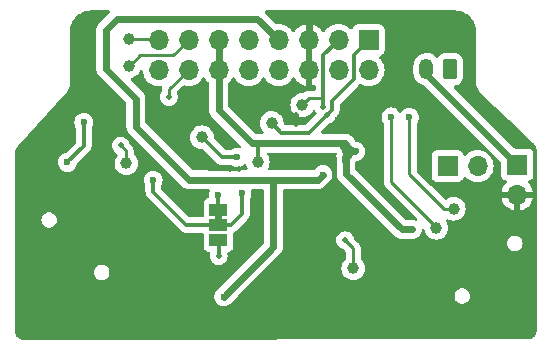
<source format=gbr>
%TF.GenerationSoftware,KiCad,Pcbnew,7.0.9*%
%TF.CreationDate,2024-03-23T20:10:25+02:00*%
%TF.ProjectId,Micromouse Power,4d696372-6f6d-46f7-9573-6520506f7765,v0.0.0*%
%TF.SameCoordinates,Original*%
%TF.FileFunction,Copper,L2,Bot*%
%TF.FilePolarity,Positive*%
%FSLAX46Y46*%
G04 Gerber Fmt 4.6, Leading zero omitted, Abs format (unit mm)*
G04 Created by KiCad (PCBNEW 7.0.9) date 2024-03-23 20:10:25*
%MOMM*%
%LPD*%
G01*
G04 APERTURE LIST*
G04 Aperture macros list*
%AMRoundRect*
0 Rectangle with rounded corners*
0 $1 Rounding radius*
0 $2 $3 $4 $5 $6 $7 $8 $9 X,Y pos of 4 corners*
0 Add a 4 corners polygon primitive as box body*
4,1,4,$2,$3,$4,$5,$6,$7,$8,$9,$2,$3,0*
0 Add four circle primitives for the rounded corners*
1,1,$1+$1,$2,$3*
1,1,$1+$1,$4,$5*
1,1,$1+$1,$6,$7*
1,1,$1+$1,$8,$9*
0 Add four rect primitives between the rounded corners*
20,1,$1+$1,$2,$3,$4,$5,0*
20,1,$1+$1,$4,$5,$6,$7,0*
20,1,$1+$1,$6,$7,$8,$9,0*
20,1,$1+$1,$8,$9,$2,$3,0*%
G04 Aperture macros list end*
%TA.AperFunction,ComponentPad*%
%ADD10RoundRect,0.250000X0.350000X0.625000X-0.350000X0.625000X-0.350000X-0.625000X0.350000X-0.625000X0*%
%TD*%
%TA.AperFunction,ComponentPad*%
%ADD11O,1.200000X1.750000*%
%TD*%
%TA.AperFunction,ComponentPad*%
%ADD12R,1.700000X1.700000*%
%TD*%
%TA.AperFunction,ComponentPad*%
%ADD13O,1.700000X1.700000*%
%TD*%
%TA.AperFunction,SMDPad,CuDef*%
%ADD14C,1.000000*%
%TD*%
%TA.AperFunction,SMDPad,CuDef*%
%ADD15R,1.500000X1.000000*%
%TD*%
%TA.AperFunction,ViaPad*%
%ADD16C,0.600000*%
%TD*%
%TA.AperFunction,ViaPad*%
%ADD17C,0.500000*%
%TD*%
%TA.AperFunction,Conductor*%
%ADD18C,0.600000*%
%TD*%
%TA.AperFunction,Conductor*%
%ADD19C,0.300000*%
%TD*%
%TA.AperFunction,Conductor*%
%ADD20C,0.250000*%
%TD*%
G04 APERTURE END LIST*
%TA.AperFunction,EtchedComponent*%
%TO.C,JP7*%
G36*
X157190000Y-123630000D02*
G01*
X156590000Y-123630000D01*
X156590000Y-123130000D01*
X157190000Y-123130000D01*
X157190000Y-123630000D01*
G37*
%TD.AperFunction*%
%TD*%
D10*
%TO.P,J1,1,Pin_1*%
%TO.N,+BATT*%
X176500000Y-110840000D03*
D11*
%TO.P,J1,2,Pin_2*%
%TO.N,Net-(J1-Pin_2)*%
X174500000Y-110840000D03*
%TD*%
D12*
%TO.P,JP6,1,A*%
%TO.N,Net-(J1-Pin_2)*%
X182190000Y-118920000D03*
D13*
%TO.P,JP6,2,B*%
%TO.N,GND*%
X182190000Y-121460000D03*
%TD*%
D12*
%TO.P,JP4,1,A*%
%TO.N,Net-(JP4-A)*%
X176285000Y-119050000D03*
D13*
%TO.P,JP4,2,B*%
%TO.N,BATT*%
X178825000Y-119050000D03*
%TD*%
D12*
%TO.P,J2,1,Pin_1*%
%TO.N,/Motor2_A*%
X169600000Y-108350000D03*
D13*
%TO.P,J2,2,Pin_2*%
%TO.N,/PC6*%
X169600000Y-110890000D03*
%TO.P,J2,3,Pin_3*%
%TO.N,/Motor2_B*%
X167060000Y-108350000D03*
%TO.P,J2,4,Pin_4*%
%TO.N,/PC7*%
X167060000Y-110890000D03*
%TO.P,J2,5,Pin_5*%
%TO.N,GND*%
X164520000Y-108350000D03*
%TO.P,J2,6,Pin_6*%
X164520000Y-110890000D03*
%TO.P,J2,7,Pin_7*%
%TO.N,BATT_SWITCHED*%
X161980000Y-108350000D03*
%TO.P,J2,8,Pin_8*%
X161980000Y-110890000D03*
%TO.P,J2,9,Pin_9*%
%TO.N,/PD7*%
X159440000Y-108350000D03*
%TO.P,J2,10,Pin_10*%
%TO.N,/BATT_ADC*%
X159440000Y-110890000D03*
%TO.P,J2,11,Pin_11*%
%TO.N,+5V*%
X156900000Y-108350000D03*
%TO.P,J2,12,Pin_12*%
X156900000Y-110890000D03*
%TO.P,J2,13,Pin_13*%
%TO.N,/Motor1_A*%
X154360000Y-108350000D03*
%TO.P,J2,14,Pin_14*%
%TO.N,/PC8*%
X154360000Y-110890000D03*
%TO.P,J2,15,Pin_15*%
%TO.N,/Motor1_B*%
X151820000Y-108350000D03*
%TO.P,J2,16,Pin_16*%
%TO.N,/PC9*%
X151820000Y-110890000D03*
%TD*%
D14*
%TO.P,TP1,1,1*%
%TO.N,Net-(U2-~{STDBY})*%
X176800000Y-122660000D03*
%TD*%
D15*
%TO.P,JP7,1,A*%
%TO.N,Net-(JP7-A)*%
X156890000Y-122730000D03*
%TO.P,JP7,2,C*%
%TO.N,VCC*%
X156890000Y-124030000D03*
%TO.P,JP7,3,B*%
%TO.N,+3V3*%
X156890000Y-125330000D03*
%TD*%
D14*
%TO.P,TP10,1,1*%
%TO.N,+5V*%
X160223200Y-118694200D03*
%TD*%
%TO.P,TP5,1,1*%
%TO.N,/Motor2_B*%
X163980000Y-113870000D03*
%TD*%
%TO.P,TP4,1,1*%
%TO.N,/Motor2_A*%
X161400000Y-115400000D03*
%TD*%
%TO.P,TP12,1,1*%
%TO.N,Net-(Q2-D)*%
X149100000Y-118800000D03*
%TD*%
%TO.P,TP8,1,1*%
%TO.N,/BATT_ADC*%
X155490000Y-116610000D03*
%TD*%
%TO.P,TP6,1,1*%
%TO.N,/Motor1_A*%
X149290000Y-110610000D03*
%TD*%
%TO.P,TP3,1,1*%
%TO.N,/PROG*%
X168300000Y-127700000D03*
%TD*%
%TO.P,TP2,1,1*%
%TO.N,Net-(U2-~{CHRG})*%
X175330000Y-124270000D03*
%TD*%
%TO.P,TP7,1,1*%
%TO.N,/Motor1_B*%
X149310000Y-108305600D03*
%TD*%
D16*
%TO.N,BATT_SWITCHED*%
X165730000Y-119761000D03*
X155940000Y-120180000D03*
X157340000Y-130100000D03*
X149895897Y-115040000D03*
X149895897Y-113360000D03*
X156743400Y-120180000D03*
X155140000Y-120180000D03*
X149895897Y-114220000D03*
D17*
%TO.N,GND*%
X166260000Y-132930000D03*
X151300000Y-132920000D03*
X146370000Y-132910000D03*
X160380000Y-123536666D03*
X163420000Y-114710000D03*
X161330000Y-132920000D03*
X148370000Y-132910000D03*
X152400000Y-120620000D03*
X182080000Y-116610000D03*
X163830000Y-121440000D03*
X149370000Y-132910000D03*
X162900000Y-123566666D03*
X160860000Y-113130000D03*
X171390000Y-108720000D03*
X177370000Y-120860000D03*
X158240000Y-132900000D03*
X176920000Y-108590000D03*
X172200000Y-132910000D03*
X147370000Y-132910000D03*
X154300000Y-132920000D03*
X162900000Y-121440000D03*
X161170000Y-112460000D03*
X150960000Y-114460000D03*
X158600000Y-119300000D03*
X178160000Y-121550000D03*
X182740000Y-117200000D03*
X159240000Y-132900000D03*
X160380000Y-124600000D03*
X154300000Y-113500000D03*
X157190000Y-128350000D03*
X157240000Y-132900000D03*
X163420000Y-115490000D03*
X143300000Y-119570000D03*
X178210000Y-120870000D03*
X145520000Y-118970000D03*
X152300000Y-132920000D03*
X150970000Y-113520000D03*
X170260000Y-132930000D03*
X160400000Y-112160000D03*
X176150000Y-106807000D03*
X173940000Y-108590000D03*
X173200000Y-132910000D03*
X157540000Y-131160000D03*
X171380000Y-109700000D03*
X153650000Y-115510000D03*
X156240000Y-132900000D03*
X168260000Y-132930000D03*
X155300000Y-132920000D03*
X153650000Y-114640000D03*
X153300000Y-132920000D03*
X172466000Y-126238000D03*
X179100000Y-120870000D03*
X163330000Y-132920000D03*
X157707820Y-127762664D03*
X174630000Y-106807000D03*
X150370000Y-132910000D03*
X160380000Y-121410000D03*
X179130000Y-121540000D03*
X175200000Y-132910000D03*
X161317500Y-114001833D03*
X162900000Y-124630000D03*
X171200000Y-132910000D03*
X173050000Y-125840000D03*
X174650000Y-108590000D03*
X175370000Y-108590000D03*
X176170000Y-108590000D03*
X175640000Y-120830000D03*
X174200000Y-132910000D03*
X175350000Y-106807000D03*
X162330000Y-132920000D03*
X177700000Y-106807000D03*
X169260000Y-132930000D03*
X156818537Y-131169155D03*
X162900000Y-122503333D03*
X176900000Y-106807000D03*
X167260000Y-132930000D03*
X153644600Y-113461800D03*
X160380000Y-122473333D03*
X173920000Y-106807000D03*
X160240000Y-132900000D03*
X164330000Y-132920000D03*
X177440000Y-121570000D03*
X165330000Y-132920000D03*
X177720000Y-108590000D03*
X176470000Y-120810000D03*
X157900000Y-119300000D03*
X173220000Y-106807000D03*
X171380000Y-110730000D03*
%TO.N,+3V3*%
X156900000Y-126690000D03*
D16*
%TO.N,+5V*%
X168503600Y-117800000D03*
X173300000Y-124400000D03*
X167685000Y-118200000D03*
X167700000Y-117200000D03*
%TO.N,/BATT_ADC*%
X158500000Y-118300000D03*
D17*
%TO.N,/Motor2_A*%
X166068626Y-114699429D03*
%TO.N,/Motor2_B*%
X165760400Y-114020600D03*
%TO.N,/PC8*%
X152704800Y-113182400D03*
%TO.N,/PROG*%
X167610000Y-125330000D03*
D16*
%TO.N,Net-(U2-~{STDBY})*%
X173050200Y-114909600D03*
%TO.N,Net-(U2-~{CHRG})*%
X171500800Y-114884200D03*
%TO.N,Net-(Q2-G)*%
X144099130Y-118719600D03*
X145490000Y-115346400D03*
D17*
%TO.N,Net-(Q2-D)*%
X148600000Y-117300000D03*
D16*
%TO.N,VCC*%
X151360675Y-120240000D03*
X158880000Y-121350000D03*
%TO.N,Net-(JP7-A)*%
X156890000Y-121507500D03*
%TD*%
D18*
%TO.N,Net-(J1-Pin_2)*%
X182190000Y-118920000D02*
X174500000Y-111230000D01*
X174500000Y-111230000D02*
X174500000Y-110840000D01*
D19*
%TO.N,Net-(Q2-G)*%
X145490000Y-117328730D02*
X144099130Y-118719600D01*
X145490000Y-115346400D02*
X145490000Y-117328730D01*
D18*
%TO.N,BATT_SWITCHED*%
X161410000Y-120180000D02*
X160700000Y-120180000D01*
X165311000Y-120180000D02*
X160700000Y-120180000D01*
X161530000Y-125910000D02*
X161530000Y-120300000D01*
X157340000Y-130100000D02*
X161530000Y-125910000D01*
X157556200Y-120180000D02*
X154370000Y-120180000D01*
X147345400Y-107543600D02*
X148339000Y-106550000D01*
X148339000Y-106550000D02*
X160180000Y-106550000D01*
X160700000Y-120180000D02*
X157556200Y-120180000D01*
X149895897Y-115705897D02*
X149895897Y-113360000D01*
X149895897Y-113360000D02*
X149895897Y-113335897D01*
X160180000Y-106550000D02*
X161980000Y-108350000D01*
X149895897Y-113335897D02*
X147345400Y-110785400D01*
X165730000Y-119761000D02*
X165311000Y-120180000D01*
X161530000Y-120300000D02*
X161410000Y-120180000D01*
X147345400Y-110785400D02*
X147345400Y-107543600D01*
X154370000Y-120180000D02*
X149895897Y-115705897D01*
D20*
%TO.N,GND*%
X153670000Y-116870000D02*
X156100000Y-119300000D01*
X153670000Y-115457501D02*
X153670000Y-116870000D01*
X156100000Y-119300000D02*
X157900000Y-119300000D01*
D18*
X164520000Y-108350000D02*
X164520000Y-106800000D01*
D20*
X158600000Y-119300000D02*
X157900000Y-119300000D01*
D19*
%TO.N,+3V3*%
X156900000Y-126690000D02*
X156870000Y-126690000D01*
X156900000Y-125340000D02*
X156890000Y-125330000D01*
X156900000Y-126690000D02*
X156900000Y-125340000D01*
D18*
%TO.N,+5V*%
X167700000Y-117200000D02*
X167600000Y-117100000D01*
X172400000Y-124400000D02*
X173300000Y-124400000D01*
X159700000Y-117100000D02*
X156900000Y-114300000D01*
X167685000Y-118200000D02*
X167685000Y-119685000D01*
D19*
X160223200Y-118694200D02*
X160223200Y-116976800D01*
D18*
X156900000Y-110890000D02*
X156900000Y-108350000D01*
X167685000Y-119685000D02*
X172400000Y-124400000D01*
X156900000Y-114300000D02*
X156900000Y-110890000D01*
X167600000Y-117100000D02*
X159700000Y-117100000D01*
D19*
%TO.N,/BATT_ADC*%
X157180000Y-118300000D02*
X155570000Y-116690000D01*
X158500000Y-118300000D02*
X157180000Y-118300000D01*
%TO.N,/Motor2_A*%
X166497000Y-113538000D02*
X168325800Y-111709200D01*
D20*
X161400000Y-115300000D02*
X161400000Y-115400000D01*
D19*
X161400000Y-115400000D02*
X162200000Y-116200000D01*
X166497000Y-114271055D02*
X166497000Y-113538000D01*
X168325800Y-109624200D02*
X169600000Y-108350000D01*
X168325800Y-111709200D02*
X168325800Y-109624200D01*
X164568055Y-116200000D02*
X166068626Y-114699429D01*
X162200000Y-116200000D02*
X164568055Y-116200000D01*
X166068626Y-114699429D02*
X166497000Y-114271055D01*
%TO.N,/Motor2_B*%
X165760400Y-114020600D02*
X165760400Y-109649600D01*
X165760400Y-109649600D02*
X167060000Y-108350000D01*
D20*
X164550000Y-113300000D02*
X165744400Y-113300000D01*
X163980000Y-113870000D02*
X164550000Y-113300000D01*
%TO.N,/Motor1_A*%
X153070000Y-109640000D02*
X154360000Y-108350000D01*
X149450000Y-110450000D02*
X150260000Y-109640000D01*
X150260000Y-109640000D02*
X153070000Y-109640000D01*
%TO.N,/PC8*%
X152704800Y-112545200D02*
X154360000Y-110890000D01*
X152704800Y-113182400D02*
X152704800Y-112545200D01*
%TO.N,/Motor1_B*%
X149301200Y-108305600D02*
X151775600Y-108305600D01*
X151775600Y-108305600D02*
X151820000Y-108350000D01*
%TO.N,/PROG*%
X168300000Y-127600000D02*
X168300000Y-126020000D01*
X168300000Y-126020000D02*
X167610000Y-125330000D01*
%TO.N,Net-(U2-~{STDBY})*%
X176800000Y-122660000D02*
X175960000Y-122660000D01*
X175960000Y-122660000D02*
X173050200Y-119750200D01*
X173050200Y-119750200D02*
X173050200Y-114909600D01*
%TO.N,Net-(U2-~{CHRG})*%
X171500800Y-114884200D02*
X171500800Y-120360800D01*
X175330000Y-124190000D02*
X175330000Y-124270000D01*
X171500800Y-120360800D02*
X175330000Y-124190000D01*
%TO.N,Net-(Q2-D)*%
X149100000Y-118700000D02*
X149100000Y-117800000D01*
X149100000Y-117800000D02*
X148600000Y-117300000D01*
D19*
%TO.N,VCC*%
X151360675Y-120240000D02*
X151360675Y-121220000D01*
X154170675Y-124030000D02*
X156890000Y-124030000D01*
X157940000Y-124030000D02*
X156890000Y-124030000D01*
X158880000Y-123090000D02*
X157940000Y-124030000D01*
X151360675Y-121220000D02*
X154170675Y-124030000D01*
X158880000Y-121350000D02*
X158880000Y-123090000D01*
%TO.N,Net-(JP7-A)*%
X156890000Y-121507500D02*
X156890000Y-122730000D01*
%TD*%
%TA.AperFunction,Conductor*%
%TO.N,GND*%
G36*
X147664099Y-105880185D02*
G01*
X147709854Y-105932989D01*
X147719798Y-106002147D01*
X147690773Y-106065703D01*
X147684741Y-106072181D01*
X146715586Y-107041335D01*
X146715583Y-107041339D01*
X146693366Y-107076696D01*
X146689341Y-107082369D01*
X146663310Y-107115010D01*
X146645191Y-107152633D01*
X146641827Y-107158720D01*
X146619612Y-107194076D01*
X146619608Y-107194083D01*
X146605816Y-107233495D01*
X146603155Y-107239920D01*
X146585039Y-107277539D01*
X146575744Y-107318259D01*
X146573819Y-107324941D01*
X146560032Y-107364344D01*
X146555355Y-107405835D01*
X146554191Y-107412689D01*
X146544900Y-107453406D01*
X146544900Y-110875591D01*
X146544901Y-110875600D01*
X146554191Y-110916308D01*
X146555355Y-110923163D01*
X146560032Y-110964659D01*
X146573820Y-111004062D01*
X146575745Y-111010745D01*
X146585039Y-111051461D01*
X146603159Y-111089088D01*
X146605821Y-111095514D01*
X146619612Y-111134925D01*
X146641822Y-111170272D01*
X146645187Y-111176359D01*
X146663310Y-111213989D01*
X146689340Y-111246629D01*
X146693366Y-111252304D01*
X146715582Y-111287659D01*
X146715584Y-111287662D01*
X149059078Y-113631156D01*
X149092563Y-113692479D01*
X149095397Y-113718837D01*
X149095397Y-114171564D01*
X149095007Y-114178502D01*
X149090332Y-114220000D01*
X149095007Y-114261496D01*
X149095397Y-114268435D01*
X149095397Y-114991564D01*
X149095007Y-114998502D01*
X149090332Y-115040000D01*
X149095007Y-115081496D01*
X149095397Y-115088435D01*
X149095397Y-115796088D01*
X149095398Y-115796097D01*
X149104688Y-115836805D01*
X149105852Y-115843660D01*
X149110529Y-115885156D01*
X149124317Y-115924559D01*
X149126242Y-115931242D01*
X149135536Y-115971958D01*
X149153656Y-116009585D01*
X149156318Y-116016011D01*
X149170109Y-116055422D01*
X149192319Y-116090769D01*
X149195684Y-116096856D01*
X149213807Y-116134486D01*
X149239837Y-116167126D01*
X149243863Y-116172801D01*
X149266079Y-116208156D01*
X149266081Y-116208159D01*
X149298071Y-116240149D01*
X153740184Y-120682262D01*
X153867738Y-120809816D01*
X153903089Y-120832028D01*
X153908765Y-120836055D01*
X153941411Y-120862090D01*
X153941412Y-120862091D01*
X153962548Y-120872269D01*
X153979035Y-120880208D01*
X153985112Y-120883567D01*
X154002635Y-120894577D01*
X154020477Y-120905789D01*
X154059891Y-120919581D01*
X154066320Y-120922244D01*
X154103941Y-120940361D01*
X154144641Y-120949650D01*
X154151328Y-120951576D01*
X154190742Y-120965367D01*
X154190745Y-120965368D01*
X154232241Y-120970043D01*
X154239093Y-120971207D01*
X154279806Y-120980500D01*
X154325046Y-120980500D01*
X155091564Y-120980500D01*
X155098502Y-120980889D01*
X155127400Y-120984145D01*
X155139998Y-120985565D01*
X155140000Y-120985565D01*
X155140002Y-120985565D01*
X155152599Y-120984145D01*
X155181497Y-120980889D01*
X155188436Y-120980500D01*
X155891564Y-120980500D01*
X155898502Y-120980889D01*
X155927400Y-120984145D01*
X155939998Y-120985565D01*
X155940000Y-120985565D01*
X155940002Y-120985565D01*
X155952599Y-120984145D01*
X155981497Y-120980889D01*
X155988436Y-120980500D01*
X156052334Y-120980500D01*
X156119373Y-121000185D01*
X156165128Y-121052989D01*
X156175072Y-121122147D01*
X156166190Y-121151292D01*
X156166511Y-121151405D01*
X156104631Y-121328245D01*
X156104630Y-121328250D01*
X156084435Y-121507496D01*
X156084435Y-121507503D01*
X156096196Y-121611888D01*
X156084141Y-121680710D01*
X156036792Y-121732089D01*
X156016310Y-121741953D01*
X155897669Y-121786203D01*
X155897664Y-121786206D01*
X155782455Y-121872452D01*
X155782452Y-121872455D01*
X155696206Y-121987664D01*
X155696202Y-121987671D01*
X155645908Y-122122517D01*
X155639501Y-122182116D01*
X155639500Y-122182135D01*
X155639501Y-123255500D01*
X155619817Y-123322539D01*
X155567013Y-123368294D01*
X155515501Y-123379500D01*
X154491483Y-123379500D01*
X154424444Y-123359815D01*
X154403802Y-123343181D01*
X152047494Y-120986873D01*
X152014009Y-120925550D01*
X152011175Y-120899192D01*
X152011175Y-120745067D01*
X152030182Y-120679094D01*
X152086463Y-120589524D01*
X152086464Y-120589522D01*
X152146043Y-120419255D01*
X152147094Y-120409930D01*
X152166240Y-120240003D01*
X152166240Y-120239996D01*
X152146044Y-120060750D01*
X152146043Y-120060745D01*
X152120012Y-119986352D01*
X152086464Y-119890478D01*
X152069989Y-119864259D01*
X152040838Y-119817864D01*
X151990491Y-119737738D01*
X151862937Y-119610184D01*
X151838463Y-119594806D01*
X151710198Y-119514211D01*
X151539929Y-119454631D01*
X151539924Y-119454630D01*
X151360679Y-119434435D01*
X151360671Y-119434435D01*
X151181425Y-119454630D01*
X151181420Y-119454631D01*
X151011151Y-119514211D01*
X150858412Y-119610184D01*
X150730859Y-119737737D01*
X150634886Y-119890476D01*
X150575306Y-120060745D01*
X150575305Y-120060750D01*
X150555110Y-120239996D01*
X150555110Y-120240003D01*
X150575305Y-120419249D01*
X150575306Y-120419254D01*
X150634886Y-120589524D01*
X150691168Y-120679094D01*
X150710175Y-120745067D01*
X150710175Y-121134494D01*
X150708407Y-121150505D01*
X150708649Y-121150528D01*
X150707915Y-121158294D01*
X150710175Y-121230203D01*
X150710175Y-121260920D01*
X150710176Y-121260940D01*
X150711093Y-121268206D01*
X150711551Y-121274024D01*
X150713077Y-121322567D01*
X150713078Y-121322570D01*
X150718998Y-121342948D01*
X150722943Y-121361996D01*
X150725603Y-121383054D01*
X150725606Y-121383064D01*
X150743488Y-121428230D01*
X150745380Y-121433758D01*
X150758929Y-121480395D01*
X150758930Y-121480397D01*
X150769735Y-121498666D01*
X150778292Y-121516134D01*
X150783485Y-121529249D01*
X150786107Y-121535872D01*
X150814658Y-121575170D01*
X150817863Y-121580049D01*
X150842594Y-121621865D01*
X150842598Y-121621869D01*
X150857600Y-121636871D01*
X150870238Y-121651669D01*
X150882708Y-121668833D01*
X150882711Y-121668836D01*
X150882712Y-121668837D01*
X150920151Y-121699809D01*
X150924451Y-121703722D01*
X152329970Y-123109241D01*
X153650239Y-124429510D01*
X153660310Y-124442080D01*
X153660497Y-124441926D01*
X153665471Y-124447937D01*
X153665473Y-124447940D01*
X153689532Y-124470533D01*
X153717918Y-124497190D01*
X153739642Y-124518913D01*
X153745432Y-124523405D01*
X153749872Y-124527197D01*
X153779173Y-124554711D01*
X153785282Y-124560448D01*
X153785285Y-124560450D01*
X153785287Y-124560451D01*
X153803882Y-124570674D01*
X153820143Y-124581356D01*
X153836038Y-124593685D01*
X153836911Y-124594362D01*
X153878542Y-124612377D01*
X153881486Y-124613651D01*
X153886725Y-124616217D01*
X153929307Y-124639627D01*
X153949879Y-124644908D01*
X153968269Y-124651205D01*
X153987749Y-124659635D01*
X154035725Y-124667233D01*
X154041422Y-124668413D01*
X154088498Y-124680500D01*
X154109726Y-124680500D01*
X154129123Y-124682026D01*
X154150078Y-124685345D01*
X154150079Y-124685346D01*
X154150079Y-124685345D01*
X154150080Y-124685346D01*
X154198436Y-124680775D01*
X154204274Y-124680500D01*
X155515500Y-124680500D01*
X155582539Y-124700185D01*
X155628294Y-124752989D01*
X155639500Y-124804500D01*
X155639500Y-125877870D01*
X155639501Y-125877876D01*
X155645908Y-125937483D01*
X155696202Y-126072328D01*
X155696206Y-126072335D01*
X155782452Y-126187544D01*
X155782455Y-126187547D01*
X155897664Y-126273793D01*
X155897671Y-126273797D01*
X155942618Y-126290561D01*
X156032517Y-126324091D01*
X156070243Y-126328147D01*
X156134789Y-126354882D01*
X156174639Y-126412274D01*
X156177134Y-126482099D01*
X156174027Y-126492389D01*
X156163686Y-126521942D01*
X156144751Y-126689997D01*
X156144751Y-126690002D01*
X156163685Y-126858056D01*
X156219545Y-127017694D01*
X156219547Y-127017697D01*
X156309518Y-127160884D01*
X156309523Y-127160890D01*
X156429109Y-127280476D01*
X156429115Y-127280481D01*
X156572302Y-127370452D01*
X156572305Y-127370454D01*
X156572309Y-127370455D01*
X156572310Y-127370456D01*
X156644913Y-127395860D01*
X156731943Y-127426314D01*
X156899997Y-127445249D01*
X156900000Y-127445249D01*
X156900003Y-127445249D01*
X157068056Y-127426314D01*
X157068059Y-127426313D01*
X157227690Y-127370456D01*
X157227692Y-127370454D01*
X157227694Y-127370454D01*
X157227697Y-127370452D01*
X157370884Y-127280481D01*
X157370885Y-127280480D01*
X157370890Y-127280477D01*
X157490477Y-127160890D01*
X157490481Y-127160884D01*
X157580452Y-127017697D01*
X157580454Y-127017694D01*
X157580454Y-127017692D01*
X157580456Y-127017690D01*
X157636313Y-126858059D01*
X157636313Y-126858058D01*
X157636314Y-126858056D01*
X157655249Y-126690002D01*
X157655249Y-126689997D01*
X157636313Y-126521943D01*
X157636313Y-126521942D01*
X157636313Y-126521941D01*
X157625247Y-126490318D01*
X157621685Y-126420543D01*
X157656413Y-126359914D01*
X157718405Y-126327686D01*
X157729036Y-126326074D01*
X157747483Y-126324091D01*
X157882328Y-126273797D01*
X157882327Y-126273797D01*
X157882331Y-126273796D01*
X157997546Y-126187546D01*
X158083796Y-126072331D01*
X158134091Y-125937483D01*
X158140500Y-125877873D01*
X158140499Y-124782128D01*
X158137411Y-124753398D01*
X158149816Y-124684639D01*
X158197426Y-124633501D01*
X158197574Y-124633414D01*
X158200398Y-124631744D01*
X158218665Y-124620939D01*
X158236136Y-124612380D01*
X158255871Y-124604568D01*
X158295177Y-124576010D01*
X158300043Y-124572813D01*
X158341865Y-124548081D01*
X158356870Y-124533075D01*
X158371668Y-124520436D01*
X158388837Y-124507963D01*
X158419809Y-124470522D01*
X158423723Y-124466221D01*
X159279511Y-123610432D01*
X159292086Y-123600359D01*
X159291931Y-123600172D01*
X159297933Y-123595205D01*
X159297940Y-123595202D01*
X159347205Y-123542739D01*
X159368911Y-123521034D01*
X159373403Y-123515241D01*
X159377193Y-123510805D01*
X159391178Y-123495913D01*
X159410448Y-123475393D01*
X159420670Y-123456796D01*
X159431355Y-123440531D01*
X159444363Y-123423763D01*
X159463652Y-123379187D01*
X159466224Y-123373936D01*
X159483132Y-123343181D01*
X159489627Y-123331368D01*
X159494904Y-123310808D01*
X159501206Y-123292403D01*
X159509636Y-123272926D01*
X159517235Y-123224945D01*
X159518417Y-123219234D01*
X159530500Y-123172177D01*
X159530500Y-123150955D01*
X159532027Y-123131555D01*
X159532254Y-123130120D01*
X159535347Y-123110595D01*
X159530775Y-123062226D01*
X159530500Y-123056388D01*
X159530500Y-121855067D01*
X159549507Y-121789094D01*
X159605788Y-121699524D01*
X159610256Y-121686755D01*
X159665368Y-121529255D01*
X159667819Y-121507502D01*
X159685565Y-121350003D01*
X159685565Y-121349996D01*
X159665369Y-121170750D01*
X159665366Y-121170739D01*
X159656519Y-121145453D01*
X159652958Y-121075675D01*
X159687687Y-121015048D01*
X159749681Y-120982821D01*
X159773561Y-120980500D01*
X160605500Y-120980500D01*
X160672539Y-121000185D01*
X160718294Y-121052989D01*
X160729500Y-121104500D01*
X160729500Y-125527060D01*
X160709815Y-125594099D01*
X160693181Y-125614741D01*
X156710186Y-129597735D01*
X156710183Y-129597739D01*
X156687966Y-129633096D01*
X156683941Y-129638769D01*
X156657910Y-129671410D01*
X156639791Y-129709033D01*
X156636427Y-129715120D01*
X156614212Y-129750476D01*
X156614208Y-129750483D01*
X156600416Y-129789895D01*
X156597755Y-129796320D01*
X156579639Y-129833939D01*
X156570344Y-129874659D01*
X156568419Y-129881341D01*
X156554632Y-129920744D01*
X156549955Y-129962235D01*
X156548791Y-129969089D01*
X156539500Y-130009806D01*
X156539500Y-130051564D01*
X156539110Y-130058502D01*
X156534435Y-130100000D01*
X156539110Y-130141496D01*
X156539500Y-130148435D01*
X156539500Y-130190191D01*
X156539501Y-130190200D01*
X156548791Y-130230908D01*
X156549955Y-130237763D01*
X156554632Y-130279259D01*
X156568420Y-130318662D01*
X156570345Y-130325345D01*
X156579639Y-130366061D01*
X156597759Y-130403688D01*
X156600421Y-130410114D01*
X156614212Y-130449525D01*
X156614213Y-130449526D01*
X156624317Y-130465607D01*
X156636426Y-130484878D01*
X156639788Y-130490960D01*
X156657909Y-130528587D01*
X156676297Y-130551645D01*
X156683938Y-130561226D01*
X156687964Y-130566900D01*
X156710182Y-130602259D01*
X156710184Y-130602262D01*
X156739710Y-130631788D01*
X156744347Y-130636976D01*
X156770376Y-130669616D01*
X156770378Y-130669617D01*
X156770380Y-130669620D01*
X156803022Y-130695651D01*
X156808210Y-130700288D01*
X156837738Y-130729816D01*
X156873103Y-130752037D01*
X156878762Y-130756052D01*
X156911413Y-130782091D01*
X156949035Y-130800208D01*
X156955112Y-130803567D01*
X156972635Y-130814577D01*
X156990477Y-130825789D01*
X157029891Y-130839581D01*
X157036320Y-130842244D01*
X157073941Y-130860361D01*
X157114641Y-130869650D01*
X157121328Y-130871576D01*
X157160742Y-130885367D01*
X157160745Y-130885368D01*
X157202241Y-130890043D01*
X157209093Y-130891207D01*
X157249806Y-130900500D01*
X157291564Y-130900500D01*
X157298502Y-130900889D01*
X157327400Y-130904145D01*
X157339998Y-130905565D01*
X157340000Y-130905565D01*
X157340002Y-130905565D01*
X157352599Y-130904145D01*
X157381497Y-130900889D01*
X157388436Y-130900500D01*
X157430194Y-130900500D01*
X157470905Y-130891208D01*
X157477760Y-130890043D01*
X157519255Y-130885368D01*
X157558680Y-130871571D01*
X157565321Y-130869658D01*
X157606061Y-130860360D01*
X157643693Y-130842236D01*
X157650105Y-130839580D01*
X157689522Y-130825789D01*
X157724889Y-130803565D01*
X157730961Y-130800209D01*
X157768587Y-130782091D01*
X157801236Y-130756052D01*
X157806895Y-130752037D01*
X157842262Y-130729816D01*
X157969816Y-130602262D01*
X158531216Y-130040862D01*
X176873452Y-130040862D01*
X176892492Y-130197680D01*
X176938375Y-130318662D01*
X176948510Y-130345385D01*
X177038247Y-130475392D01*
X177156490Y-130580145D01*
X177156492Y-130580146D01*
X177296364Y-130653558D01*
X177449744Y-130691362D01*
X177449745Y-130691362D01*
X177607715Y-130691362D01*
X177761095Y-130653558D01*
X177797873Y-130634255D01*
X177900970Y-130580145D01*
X178019213Y-130475392D01*
X178108950Y-130345385D01*
X178164967Y-130197680D01*
X178184008Y-130040862D01*
X178164967Y-129884044D01*
X178162692Y-129878046D01*
X178114311Y-129750476D01*
X178108950Y-129736339D01*
X178019213Y-129606332D01*
X177900970Y-129501579D01*
X177900968Y-129501578D01*
X177900967Y-129501577D01*
X177761095Y-129428165D01*
X177607716Y-129390362D01*
X177607715Y-129390362D01*
X177449745Y-129390362D01*
X177449744Y-129390362D01*
X177296364Y-129428165D01*
X177156492Y-129501577D01*
X177038246Y-129606333D01*
X176948511Y-129736337D01*
X176948510Y-129736338D01*
X176892492Y-129884043D01*
X176873452Y-130040861D01*
X176873452Y-130040862D01*
X158531216Y-130040862D01*
X162127826Y-126444252D01*
X162159816Y-126412262D01*
X162182043Y-126376886D01*
X162186051Y-126371239D01*
X162212092Y-126338586D01*
X162230213Y-126300955D01*
X162233570Y-126294881D01*
X162255789Y-126259522D01*
X162269581Y-126220107D01*
X162272244Y-126213679D01*
X162290360Y-126176061D01*
X162299658Y-126135321D01*
X162301571Y-126128680D01*
X162315368Y-126089255D01*
X162320043Y-126047760D01*
X162321208Y-126040905D01*
X162325838Y-126020619D01*
X162330500Y-126000194D01*
X162330500Y-125819806D01*
X162330500Y-125330002D01*
X166854751Y-125330002D01*
X166873685Y-125498056D01*
X166929545Y-125657694D01*
X166929547Y-125657697D01*
X167019518Y-125800884D01*
X167019523Y-125800890D01*
X167139109Y-125920476D01*
X167139115Y-125920481D01*
X167282302Y-126010452D01*
X167282307Y-126010455D01*
X167282310Y-126010456D01*
X167441941Y-126066313D01*
X167441944Y-126066313D01*
X167445656Y-126067612D01*
X167492383Y-126096973D01*
X167638181Y-126242771D01*
X167671666Y-126304094D01*
X167674500Y-126330452D01*
X167674500Y-126860397D01*
X167654815Y-126927436D01*
X167629166Y-126956249D01*
X167589114Y-126989118D01*
X167464090Y-127141460D01*
X167464086Y-127141467D01*
X167371188Y-127315266D01*
X167313975Y-127503870D01*
X167294659Y-127700000D01*
X167313975Y-127896129D01*
X167371188Y-128084733D01*
X167464086Y-128258532D01*
X167464090Y-128258539D01*
X167589116Y-128410883D01*
X167741460Y-128535909D01*
X167741467Y-128535913D01*
X167915266Y-128628811D01*
X167915269Y-128628811D01*
X167915273Y-128628814D01*
X168103868Y-128686024D01*
X168300000Y-128705341D01*
X168496132Y-128686024D01*
X168684727Y-128628814D01*
X168858538Y-128535910D01*
X169010883Y-128410883D01*
X169135910Y-128258538D01*
X169228814Y-128084727D01*
X169286024Y-127896132D01*
X169305341Y-127700000D01*
X169286024Y-127503868D01*
X169228814Y-127315273D01*
X169228811Y-127315269D01*
X169228811Y-127315266D01*
X169135913Y-127141467D01*
X169135909Y-127141460D01*
X169010885Y-126989118D01*
X168970834Y-126956249D01*
X168931500Y-126898503D01*
X168925500Y-126860397D01*
X168925500Y-126102737D01*
X168927224Y-126087123D01*
X168926938Y-126087096D01*
X168927672Y-126079333D01*
X168925500Y-126010202D01*
X168925500Y-125980651D01*
X168925500Y-125980650D01*
X168924629Y-125973759D01*
X168924172Y-125967945D01*
X168922709Y-125921374D01*
X168922709Y-125921372D01*
X168917120Y-125902137D01*
X168913174Y-125883084D01*
X168912517Y-125877883D01*
X168910664Y-125863208D01*
X168893501Y-125819859D01*
X168891614Y-125814346D01*
X168878617Y-125769610D01*
X168878616Y-125769608D01*
X168868421Y-125752369D01*
X168859860Y-125734893D01*
X168852486Y-125716269D01*
X168852486Y-125716267D01*
X168842474Y-125702488D01*
X168825083Y-125678550D01*
X168821900Y-125673705D01*
X168798170Y-125633579D01*
X168798165Y-125633573D01*
X168784005Y-125619413D01*
X168771370Y-125604620D01*
X168759593Y-125588412D01*
X168756785Y-125586089D01*
X181328225Y-125586089D01*
X181347265Y-125742907D01*
X181400428Y-125883084D01*
X181403283Y-125890612D01*
X181493020Y-126020619D01*
X181611263Y-126125372D01*
X181611265Y-126125373D01*
X181751137Y-126198785D01*
X181904517Y-126236589D01*
X181904518Y-126236589D01*
X182062488Y-126236589D01*
X182215868Y-126198785D01*
X182237282Y-126187546D01*
X182355743Y-126125372D01*
X182473986Y-126020619D01*
X182563723Y-125890612D01*
X182619740Y-125742907D01*
X182638781Y-125586089D01*
X182634980Y-125554780D01*
X182619740Y-125429270D01*
X182582092Y-125330002D01*
X182563723Y-125281566D01*
X182473986Y-125151559D01*
X182355743Y-125046806D01*
X182355741Y-125046805D01*
X182355740Y-125046804D01*
X182215868Y-124973392D01*
X182062489Y-124935589D01*
X182062488Y-124935589D01*
X181904518Y-124935589D01*
X181904517Y-124935589D01*
X181751137Y-124973392D01*
X181611265Y-125046804D01*
X181493019Y-125151560D01*
X181403284Y-125281564D01*
X181403283Y-125281565D01*
X181347265Y-125429270D01*
X181328225Y-125586088D01*
X181328225Y-125586089D01*
X168756785Y-125586089D01*
X168723693Y-125558713D01*
X168719381Y-125554790D01*
X168376973Y-125212382D01*
X168347612Y-125165655D01*
X168346313Y-125161943D01*
X168346313Y-125161941D01*
X168290456Y-125002310D01*
X168290455Y-125002307D01*
X168290452Y-125002302D01*
X168200481Y-124859115D01*
X168200476Y-124859109D01*
X168080890Y-124739523D01*
X168080884Y-124739518D01*
X167937697Y-124649547D01*
X167937694Y-124649545D01*
X167778056Y-124593685D01*
X167610003Y-124574751D01*
X167609997Y-124574751D01*
X167441943Y-124593685D01*
X167282305Y-124649545D01*
X167282302Y-124649547D01*
X167139115Y-124739518D01*
X167139109Y-124739523D01*
X167019523Y-124859109D01*
X167019518Y-124859115D01*
X166929547Y-125002302D01*
X166929545Y-125002305D01*
X166873685Y-125161943D01*
X166854751Y-125329997D01*
X166854751Y-125330002D01*
X162330500Y-125330002D01*
X162330500Y-121104500D01*
X162350185Y-121037461D01*
X162402989Y-120991706D01*
X162454500Y-120980500D01*
X165401194Y-120980500D01*
X165441905Y-120971208D01*
X165448760Y-120970043D01*
X165490255Y-120965368D01*
X165529680Y-120951571D01*
X165536321Y-120949658D01*
X165577061Y-120940360D01*
X165614693Y-120922236D01*
X165621105Y-120919580D01*
X165660522Y-120905789D01*
X165695889Y-120883565D01*
X165701961Y-120880209D01*
X165739587Y-120862091D01*
X165772236Y-120836052D01*
X165777895Y-120832037D01*
X165813262Y-120809816D01*
X165940816Y-120682262D01*
X166327826Y-120295252D01*
X166359816Y-120263262D01*
X166382037Y-120227895D01*
X166386052Y-120222236D01*
X166412091Y-120189587D01*
X166430215Y-120151949D01*
X166433564Y-120145891D01*
X166455789Y-120110522D01*
X166469581Y-120071103D01*
X166472242Y-120064681D01*
X166479145Y-120050347D01*
X166490359Y-120027061D01*
X166499652Y-119986342D01*
X166501574Y-119979675D01*
X166515368Y-119940255D01*
X166520044Y-119898747D01*
X166521204Y-119891919D01*
X166530500Y-119851195D01*
X166530500Y-119809435D01*
X166530889Y-119802496D01*
X166535565Y-119761000D01*
X166530889Y-119719502D01*
X166530500Y-119712564D01*
X166530500Y-119670806D01*
X166530499Y-119670803D01*
X166521208Y-119630095D01*
X166520042Y-119623233D01*
X166518572Y-119610184D01*
X166515368Y-119581745D01*
X166501576Y-119542332D01*
X166499649Y-119535644D01*
X166494757Y-119514211D01*
X166490359Y-119494939D01*
X166472242Y-119457319D01*
X166469582Y-119450899D01*
X166455789Y-119411478D01*
X166433567Y-119376112D01*
X166430204Y-119370028D01*
X166425286Y-119359815D01*
X166412091Y-119332414D01*
X166386051Y-119299762D01*
X166382041Y-119294109D01*
X166359816Y-119258738D01*
X166330287Y-119229209D01*
X166325650Y-119224021D01*
X166323928Y-119221862D01*
X166299620Y-119191380D01*
X166291277Y-119184727D01*
X166266976Y-119165347D01*
X166261789Y-119160711D01*
X166232262Y-119131184D01*
X166232259Y-119131182D01*
X166196899Y-119108963D01*
X166191224Y-119104937D01*
X166185934Y-119100718D01*
X166158586Y-119078909D01*
X166158584Y-119078908D01*
X166158583Y-119078907D01*
X166138265Y-119069123D01*
X166120962Y-119060790D01*
X166114888Y-119057433D01*
X166079522Y-119035211D01*
X166040102Y-119021417D01*
X166033675Y-119018755D01*
X165996060Y-119000640D01*
X165996053Y-119000638D01*
X165955352Y-118991349D01*
X165948675Y-118989425D01*
X165909255Y-118975632D01*
X165909254Y-118975631D01*
X165909252Y-118975631D01*
X165867757Y-118970955D01*
X165860899Y-118969790D01*
X165820199Y-118960500D01*
X165820194Y-118960500D01*
X165778436Y-118960500D01*
X165771497Y-118960110D01*
X165742599Y-118956854D01*
X165730002Y-118955435D01*
X165729998Y-118955435D01*
X165717400Y-118956854D01*
X165688502Y-118960110D01*
X165681564Y-118960500D01*
X165639805Y-118960500D01*
X165639803Y-118960500D01*
X165639797Y-118960501D01*
X165599098Y-118969790D01*
X165592242Y-118970955D01*
X165550743Y-118975632D01*
X165511328Y-118989423D01*
X165504646Y-118991348D01*
X165463940Y-119000640D01*
X165426326Y-119018753D01*
X165419901Y-119021414D01*
X165380482Y-119035209D01*
X165380474Y-119035213D01*
X165345117Y-119057428D01*
X165339032Y-119060791D01*
X165301413Y-119078908D01*
X165301411Y-119078909D01*
X165268769Y-119104941D01*
X165263096Y-119108966D01*
X165227739Y-119131183D01*
X165227735Y-119131186D01*
X165015741Y-119343181D01*
X164954418Y-119376666D01*
X164928060Y-119379500D01*
X161198236Y-119379500D01*
X161131197Y-119359815D01*
X161085442Y-119307011D01*
X161075498Y-119237853D01*
X161088878Y-119197047D01*
X161138111Y-119104937D01*
X161152014Y-119078927D01*
X161209224Y-118890332D01*
X161228541Y-118694200D01*
X161209224Y-118498068D01*
X161152014Y-118309473D01*
X161152011Y-118309469D01*
X161152011Y-118309466D01*
X161059113Y-118135667D01*
X161059109Y-118135661D01*
X161032440Y-118103164D01*
X161005128Y-118038854D01*
X161016919Y-117969987D01*
X161064072Y-117918427D01*
X161128294Y-117900500D01*
X166774424Y-117900500D01*
X166841463Y-117920185D01*
X166887218Y-117972989D01*
X166897644Y-118038383D01*
X166881846Y-118178599D01*
X166879435Y-118200000D01*
X166884110Y-118241496D01*
X166884500Y-118248435D01*
X166884500Y-119775191D01*
X166884501Y-119775200D01*
X166893791Y-119815908D01*
X166894955Y-119822763D01*
X166899632Y-119864259D01*
X166913420Y-119903662D01*
X166915345Y-119910345D01*
X166924639Y-119951061D01*
X166942759Y-119988688D01*
X166945420Y-119995113D01*
X166947337Y-120000590D01*
X166959212Y-120034525D01*
X166981422Y-120069872D01*
X166984787Y-120075959D01*
X167002910Y-120113589D01*
X167028940Y-120146229D01*
X167032966Y-120151904D01*
X167055182Y-120187259D01*
X167055184Y-120187262D01*
X171897739Y-125029817D01*
X171907501Y-125035951D01*
X171933095Y-125052032D01*
X171938755Y-125056048D01*
X171971413Y-125082092D01*
X172009054Y-125100218D01*
X172015116Y-125103569D01*
X172041637Y-125120233D01*
X172050474Y-125125787D01*
X172050475Y-125125787D01*
X172050478Y-125125789D01*
X172089881Y-125139576D01*
X172096310Y-125142239D01*
X172112161Y-125149872D01*
X172133939Y-125160360D01*
X172174655Y-125169653D01*
X172181328Y-125171576D01*
X172208862Y-125181210D01*
X172220745Y-125185368D01*
X172262241Y-125190043D01*
X172269093Y-125191207D01*
X172309806Y-125200500D01*
X172355046Y-125200500D01*
X173251564Y-125200500D01*
X173258502Y-125200889D01*
X173287400Y-125204145D01*
X173299998Y-125205565D01*
X173300000Y-125205565D01*
X173300003Y-125205565D01*
X173359918Y-125198814D01*
X173479247Y-125185369D01*
X173479248Y-125185368D01*
X173479255Y-125185368D01*
X173649522Y-125125789D01*
X173802262Y-125029816D01*
X173929816Y-124902262D01*
X174025789Y-124749522D01*
X174085368Y-124579255D01*
X174085806Y-124575373D01*
X174097798Y-124468932D01*
X174124864Y-124404517D01*
X174182458Y-124364962D01*
X174252295Y-124362823D01*
X174312202Y-124398781D01*
X174342556Y-124460202D01*
X174342787Y-124460157D01*
X174342957Y-124461012D01*
X174343158Y-124461419D01*
X174343423Y-124463356D01*
X174343973Y-124466122D01*
X174343975Y-124466131D01*
X174343976Y-124466132D01*
X174398572Y-124646111D01*
X174401188Y-124654733D01*
X174494086Y-124828532D01*
X174494090Y-124828539D01*
X174619116Y-124980883D01*
X174771460Y-125105909D01*
X174771467Y-125105913D01*
X174945266Y-125198811D01*
X174945269Y-125198811D01*
X174945273Y-125198814D01*
X175133868Y-125256024D01*
X175330000Y-125275341D01*
X175526132Y-125256024D01*
X175714727Y-125198814D01*
X175731139Y-125190042D01*
X175888532Y-125105913D01*
X175888538Y-125105910D01*
X176040883Y-124980883D01*
X176165910Y-124828538D01*
X176213492Y-124739518D01*
X176258811Y-124654733D01*
X176258811Y-124654732D01*
X176258814Y-124654727D01*
X176316024Y-124466132D01*
X176335341Y-124270000D01*
X176316024Y-124073868D01*
X176258814Y-123885273D01*
X176197298Y-123770184D01*
X176167088Y-123713665D01*
X176152846Y-123645263D01*
X176177846Y-123580019D01*
X176234151Y-123538648D01*
X176303884Y-123534286D01*
X176334899Y-123545854D01*
X176415266Y-123588811D01*
X176415269Y-123588811D01*
X176415273Y-123588814D01*
X176603868Y-123646024D01*
X176800000Y-123665341D01*
X176996132Y-123646024D01*
X177184727Y-123588814D01*
X177201182Y-123580019D01*
X177358532Y-123495913D01*
X177358538Y-123495910D01*
X177510883Y-123370883D01*
X177635910Y-123218538D01*
X177728814Y-123044727D01*
X177786024Y-122856132D01*
X177805341Y-122660000D01*
X177786024Y-122463868D01*
X177728814Y-122275273D01*
X177728811Y-122275269D01*
X177728811Y-122275266D01*
X177635913Y-122101467D01*
X177635909Y-122101460D01*
X177510883Y-121949116D01*
X177358539Y-121824090D01*
X177358532Y-121824086D01*
X177184733Y-121731188D01*
X177184727Y-121731186D01*
X177058997Y-121693046D01*
X176996129Y-121673975D01*
X176800000Y-121654659D01*
X176603870Y-121673975D01*
X176415266Y-121731188D01*
X176241465Y-121824087D01*
X176241463Y-121824088D01*
X176200480Y-121857721D01*
X176136170Y-121885033D01*
X176067302Y-121873239D01*
X176034137Y-121849547D01*
X174893933Y-120709343D01*
X174132461Y-119947870D01*
X174934500Y-119947870D01*
X174934501Y-119947876D01*
X174940908Y-120007483D01*
X174991202Y-120142328D01*
X174991206Y-120142335D01*
X175077452Y-120257544D01*
X175077455Y-120257547D01*
X175192664Y-120343793D01*
X175192671Y-120343797D01*
X175327517Y-120394091D01*
X175327516Y-120394091D01*
X175334444Y-120394835D01*
X175387127Y-120400500D01*
X177182872Y-120400499D01*
X177242483Y-120394091D01*
X177377331Y-120343796D01*
X177492546Y-120257546D01*
X177578796Y-120142331D01*
X177627810Y-120010916D01*
X177669681Y-119954984D01*
X177735145Y-119930566D01*
X177803418Y-119945417D01*
X177831673Y-119966569D01*
X177953599Y-120088495D01*
X178036052Y-120146229D01*
X178147165Y-120224032D01*
X178147167Y-120224033D01*
X178147170Y-120224035D01*
X178361337Y-120323903D01*
X178589592Y-120385063D01*
X178766034Y-120400500D01*
X178824999Y-120405659D01*
X178825000Y-120405659D01*
X178825001Y-120405659D01*
X178883966Y-120400500D01*
X179060408Y-120385063D01*
X179288663Y-120323903D01*
X179502830Y-120224035D01*
X179696401Y-120088495D01*
X179863495Y-119921401D01*
X179999035Y-119727830D01*
X180098903Y-119513663D01*
X180160063Y-119285408D01*
X180180659Y-119050000D01*
X180160063Y-118814592D01*
X180103600Y-118603868D01*
X180098905Y-118586344D01*
X180098904Y-118586343D01*
X180098903Y-118586337D01*
X179999035Y-118372171D01*
X179997570Y-118370078D01*
X179863494Y-118178597D01*
X179696402Y-118011506D01*
X179696395Y-118011501D01*
X179502834Y-117875967D01*
X179502830Y-117875965D01*
X179467165Y-117859334D01*
X179288663Y-117776097D01*
X179288659Y-117776096D01*
X179288655Y-117776094D01*
X179060413Y-117714938D01*
X179060403Y-117714936D01*
X178825001Y-117694341D01*
X178824999Y-117694341D01*
X178589596Y-117714936D01*
X178589586Y-117714938D01*
X178361344Y-117776094D01*
X178361337Y-117776096D01*
X178361337Y-117776097D01*
X178348483Y-117782091D01*
X178147171Y-117875964D01*
X178147169Y-117875965D01*
X177953600Y-118011503D01*
X177831673Y-118133430D01*
X177770350Y-118166914D01*
X177700658Y-118161930D01*
X177644725Y-118120058D01*
X177627810Y-118089081D01*
X177578797Y-117957671D01*
X177578793Y-117957664D01*
X177492547Y-117842455D01*
X177492544Y-117842452D01*
X177377335Y-117756206D01*
X177377328Y-117756202D01*
X177242482Y-117705908D01*
X177242483Y-117705908D01*
X177182883Y-117699501D01*
X177182881Y-117699500D01*
X177182873Y-117699500D01*
X177182864Y-117699500D01*
X175387129Y-117699500D01*
X175387123Y-117699501D01*
X175327516Y-117705908D01*
X175192671Y-117756202D01*
X175192664Y-117756206D01*
X175077455Y-117842452D01*
X175077452Y-117842455D01*
X174991206Y-117957664D01*
X174991202Y-117957671D01*
X174940908Y-118092517D01*
X174934501Y-118152116D01*
X174934500Y-118152135D01*
X174934500Y-119947870D01*
X174132461Y-119947870D01*
X173712019Y-119527428D01*
X173678534Y-119466105D01*
X173675700Y-119439747D01*
X173675700Y-115454454D01*
X173694707Y-115388481D01*
X173700109Y-115379885D01*
X173756647Y-115289905D01*
X173775988Y-115259124D01*
X173784877Y-115233722D01*
X173835568Y-115088855D01*
X173835569Y-115088849D01*
X173855765Y-114909603D01*
X173855765Y-114909596D01*
X173835569Y-114730350D01*
X173835568Y-114730345D01*
X173791645Y-114604821D01*
X173775989Y-114560078D01*
X173752033Y-114521953D01*
X173693337Y-114428538D01*
X173680016Y-114407338D01*
X173552462Y-114279784D01*
X173494387Y-114243293D01*
X173399723Y-114183811D01*
X173229454Y-114124231D01*
X173229449Y-114124230D01*
X173050204Y-114104035D01*
X173050196Y-114104035D01*
X172870950Y-114124230D01*
X172870945Y-114124231D01*
X172700676Y-114183811D01*
X172547937Y-114279784D01*
X172420384Y-114407337D01*
X172420380Y-114407342D01*
X172388471Y-114458124D01*
X172336136Y-114504414D01*
X172267082Y-114515061D01*
X172203234Y-114486685D01*
X172178487Y-114458124D01*
X172130616Y-114381938D01*
X172003062Y-114254384D01*
X171976120Y-114237455D01*
X171850323Y-114158411D01*
X171680054Y-114098831D01*
X171680049Y-114098830D01*
X171500804Y-114078635D01*
X171500796Y-114078635D01*
X171321550Y-114098830D01*
X171321545Y-114098831D01*
X171151276Y-114158411D01*
X170998537Y-114254384D01*
X170870984Y-114381937D01*
X170775011Y-114534676D01*
X170715431Y-114704945D01*
X170715430Y-114704950D01*
X170695235Y-114884196D01*
X170695235Y-114884203D01*
X170715430Y-115063449D01*
X170715431Y-115063454D01*
X170775011Y-115233724D01*
X170856293Y-115363081D01*
X170875300Y-115429054D01*
X170875300Y-120278055D01*
X170873575Y-120293672D01*
X170873861Y-120293699D01*
X170873126Y-120301465D01*
X170875300Y-120370614D01*
X170875300Y-120400143D01*
X170875301Y-120400160D01*
X170876168Y-120407031D01*
X170876626Y-120412850D01*
X170878090Y-120459424D01*
X170878091Y-120459427D01*
X170883680Y-120478667D01*
X170887624Y-120497711D01*
X170890136Y-120517591D01*
X170907290Y-120560919D01*
X170909182Y-120566447D01*
X170922181Y-120611188D01*
X170932380Y-120628434D01*
X170940938Y-120645903D01*
X170948314Y-120664532D01*
X170975698Y-120702223D01*
X170978906Y-120707107D01*
X171002627Y-120747216D01*
X171002633Y-120747224D01*
X171016790Y-120761380D01*
X171029428Y-120776176D01*
X171041205Y-120792386D01*
X171041206Y-120792387D01*
X171077109Y-120822088D01*
X171081420Y-120826010D01*
X172392988Y-122137578D01*
X173696230Y-123440820D01*
X173729715Y-123502143D01*
X173724731Y-123571835D01*
X173682859Y-123627768D01*
X173617395Y-123652185D01*
X173567595Y-123645543D01*
X173479257Y-123614632D01*
X173479249Y-123614630D01*
X173350918Y-123600172D01*
X173344954Y-123599500D01*
X173329969Y-123597811D01*
X173300002Y-123594435D01*
X173299998Y-123594435D01*
X173287400Y-123595854D01*
X173258502Y-123599110D01*
X173251564Y-123599500D01*
X172782940Y-123599500D01*
X172715901Y-123579815D01*
X172695259Y-123563181D01*
X168521819Y-119389741D01*
X168488334Y-119328418D01*
X168485500Y-119302060D01*
X168485500Y-118718417D01*
X168505185Y-118651378D01*
X168557989Y-118605623D01*
X168595617Y-118595197D01*
X168624195Y-118591977D01*
X168682849Y-118585369D01*
X168682852Y-118585368D01*
X168682855Y-118585368D01*
X168853122Y-118525789D01*
X169005862Y-118429816D01*
X169133416Y-118302262D01*
X169229389Y-118149522D01*
X169288968Y-117979255D01*
X169289433Y-117975128D01*
X169309165Y-117800003D01*
X169309165Y-117799996D01*
X169288969Y-117620750D01*
X169288968Y-117620745D01*
X169284398Y-117607684D01*
X169229389Y-117450478D01*
X169227848Y-117448026D01*
X169157990Y-117336847D01*
X169133416Y-117297738D01*
X169005862Y-117170184D01*
X169003233Y-117168532D01*
X168853123Y-117074211D01*
X168682854Y-117014631D01*
X168682850Y-117014630D01*
X168556784Y-117000426D01*
X168492370Y-116973359D01*
X168458949Y-116931010D01*
X168450751Y-116913988D01*
X168442242Y-116896319D01*
X168439583Y-116889898D01*
X168425789Y-116850478D01*
X168425244Y-116849610D01*
X168403563Y-116815106D01*
X168400213Y-116809044D01*
X168382091Y-116771413D01*
X168356049Y-116738757D01*
X168352038Y-116733104D01*
X168337218Y-116709518D01*
X168329818Y-116697740D01*
X168102262Y-116470184D01*
X168102259Y-116470182D01*
X168066904Y-116447966D01*
X168061229Y-116443940D01*
X168028589Y-116417910D01*
X167990959Y-116399787D01*
X167984872Y-116396422D01*
X167949525Y-116374212D01*
X167910114Y-116360421D01*
X167903688Y-116357759D01*
X167866061Y-116339639D01*
X167825345Y-116330345D01*
X167818662Y-116328420D01*
X167779259Y-116314632D01*
X167737763Y-116309955D01*
X167730908Y-116308791D01*
X167690200Y-116299501D01*
X167690196Y-116299500D01*
X167690194Y-116299500D01*
X167690191Y-116299500D01*
X165687863Y-116299500D01*
X165620824Y-116279815D01*
X165575069Y-116227011D01*
X165565125Y-116157853D01*
X165594150Y-116094297D01*
X165600182Y-116087819D01*
X165760151Y-115927850D01*
X166240629Y-115447370D01*
X166287353Y-115418012D01*
X166396316Y-115379885D01*
X166396319Y-115379882D01*
X166396323Y-115379881D01*
X166539510Y-115289910D01*
X166539511Y-115289909D01*
X166539516Y-115289906D01*
X166659103Y-115170319D01*
X166661094Y-115167150D01*
X166749078Y-115027126D01*
X166749082Y-115027118D01*
X166753229Y-115015266D01*
X166787209Y-114918156D01*
X166816567Y-114871432D01*
X166896513Y-114791486D01*
X166909079Y-114781420D01*
X166908925Y-114781233D01*
X166914937Y-114776259D01*
X166914937Y-114776258D01*
X166914940Y-114776257D01*
X166964190Y-114723810D01*
X166985911Y-114702090D01*
X166990401Y-114696300D01*
X166994183Y-114691870D01*
X167027448Y-114656448D01*
X167037674Y-114637845D01*
X167048353Y-114621588D01*
X167061362Y-114604819D01*
X167080656Y-114560230D01*
X167083212Y-114555011D01*
X167106627Y-114512423D01*
X167111905Y-114491861D01*
X167118207Y-114473454D01*
X167126635Y-114453982D01*
X167134233Y-114406008D01*
X167135414Y-114400302D01*
X167147500Y-114353232D01*
X167147500Y-114332004D01*
X167149027Y-114312604D01*
X167152346Y-114291650D01*
X167147775Y-114243293D01*
X167147500Y-114237455D01*
X167147500Y-113858806D01*
X167167185Y-113791767D01*
X167183814Y-113771130D01*
X168725311Y-112229632D01*
X168737886Y-112219559D01*
X168737731Y-112219372D01*
X168743733Y-112214405D01*
X168743740Y-112214402D01*
X168793005Y-112161939D01*
X168814711Y-112140234D01*
X168819194Y-112134452D01*
X168822991Y-112130007D01*
X168831821Y-112120604D01*
X168834834Y-112117395D01*
X168895072Y-112082001D01*
X168964886Y-112084792D01*
X168977631Y-112089897D01*
X169136337Y-112163903D01*
X169364592Y-112225063D01*
X169526724Y-112239248D01*
X169599999Y-112245659D01*
X169600000Y-112245659D01*
X169600001Y-112245659D01*
X169673276Y-112239248D01*
X169835408Y-112225063D01*
X170063663Y-112163903D01*
X170277830Y-112064035D01*
X170471401Y-111928495D01*
X170638495Y-111761401D01*
X170774035Y-111567830D01*
X170873903Y-111353663D01*
X170923805Y-111167425D01*
X173399500Y-111167425D01*
X173413587Y-111314952D01*
X173414472Y-111324217D01*
X173414473Y-111324221D01*
X173470495Y-111515016D01*
X173473684Y-111525875D01*
X173521072Y-111617795D01*
X173569991Y-111712686D01*
X173699905Y-111877883D01*
X173699909Y-111877887D01*
X173858746Y-112015521D01*
X174040750Y-112120601D01*
X174040752Y-112120601D01*
X174040756Y-112120604D01*
X174239367Y-112189344D01*
X174301173Y-112198229D01*
X174364728Y-112227253D01*
X174371208Y-112233286D01*
X180803181Y-118665259D01*
X180836666Y-118726582D01*
X180839500Y-118752940D01*
X180839500Y-119817870D01*
X180839501Y-119817876D01*
X180845908Y-119877483D01*
X180896202Y-120012328D01*
X180896206Y-120012335D01*
X180982452Y-120127544D01*
X180982455Y-120127547D01*
X181097664Y-120213793D01*
X181097671Y-120213797D01*
X181125121Y-120224035D01*
X181229598Y-120263002D01*
X181285531Y-120304873D01*
X181309949Y-120370337D01*
X181295098Y-120438610D01*
X181273947Y-120466865D01*
X181151886Y-120588926D01*
X181016400Y-120782420D01*
X181016399Y-120782422D01*
X180916570Y-120996507D01*
X180916567Y-120996513D01*
X180859364Y-121209999D01*
X180859364Y-121210000D01*
X181756314Y-121210000D01*
X181730507Y-121250156D01*
X181690000Y-121388111D01*
X181690000Y-121531889D01*
X181730507Y-121669844D01*
X181756314Y-121710000D01*
X180859364Y-121710000D01*
X180916567Y-121923486D01*
X180916570Y-121923492D01*
X181016399Y-122137578D01*
X181151894Y-122331082D01*
X181318917Y-122498105D01*
X181512421Y-122633600D01*
X181726507Y-122733429D01*
X181726516Y-122733433D01*
X181940000Y-122790634D01*
X181940000Y-121895501D01*
X182047685Y-121944680D01*
X182154237Y-121960000D01*
X182225763Y-121960000D01*
X182332315Y-121944680D01*
X182440000Y-121895501D01*
X182440000Y-122790633D01*
X182653483Y-122733433D01*
X182653492Y-122733429D01*
X182867578Y-122633600D01*
X183061082Y-122498105D01*
X183228105Y-122331082D01*
X183363600Y-122137578D01*
X183463429Y-121923492D01*
X183463432Y-121923486D01*
X183520636Y-121710000D01*
X182623686Y-121710000D01*
X182649493Y-121669844D01*
X182690000Y-121531889D01*
X182690000Y-121388111D01*
X182649493Y-121250156D01*
X182623686Y-121210000D01*
X183520636Y-121210000D01*
X183520635Y-121209999D01*
X183463432Y-120996513D01*
X183463429Y-120996507D01*
X183363600Y-120782422D01*
X183363599Y-120782420D01*
X183228113Y-120588926D01*
X183228108Y-120588920D01*
X183106053Y-120466865D01*
X183072568Y-120405542D01*
X183077552Y-120335850D01*
X183119424Y-120279917D01*
X183150400Y-120263002D01*
X183254879Y-120224035D01*
X183282326Y-120213798D01*
X183282326Y-120213797D01*
X183282331Y-120213796D01*
X183397546Y-120127546D01*
X183483796Y-120012331D01*
X183534091Y-119877483D01*
X183540500Y-119817873D01*
X183540499Y-118022128D01*
X183534091Y-117962517D01*
X183533300Y-117960397D01*
X183483797Y-117827671D01*
X183483793Y-117827664D01*
X183397547Y-117712455D01*
X183397544Y-117712452D01*
X183282335Y-117626206D01*
X183282328Y-117626202D01*
X183147482Y-117575908D01*
X183147483Y-117575908D01*
X183087883Y-117569501D01*
X183087881Y-117569500D01*
X183087873Y-117569500D01*
X183087865Y-117569500D01*
X182022940Y-117569500D01*
X181955901Y-117549815D01*
X181935259Y-117533181D01*
X176828274Y-112426196D01*
X176794789Y-112364873D01*
X176799773Y-112295181D01*
X176841645Y-112239248D01*
X176903353Y-112215157D01*
X177002797Y-112204999D01*
X177169334Y-112149814D01*
X177318656Y-112057712D01*
X177442712Y-111933656D01*
X177534814Y-111784334D01*
X177589999Y-111617797D01*
X177600500Y-111515009D01*
X177600499Y-110164992D01*
X177589999Y-110062203D01*
X177534814Y-109895666D01*
X177442712Y-109746344D01*
X177318656Y-109622288D01*
X177225888Y-109565069D01*
X177169336Y-109530187D01*
X177169331Y-109530185D01*
X177167862Y-109529698D01*
X177002797Y-109475001D01*
X177002795Y-109475000D01*
X176900010Y-109464500D01*
X176099998Y-109464500D01*
X176099980Y-109464501D01*
X175997203Y-109475000D01*
X175997200Y-109475001D01*
X175830668Y-109530185D01*
X175830663Y-109530187D01*
X175681342Y-109622289D01*
X175557288Y-109746343D01*
X175557285Y-109746347D01*
X175518184Y-109809740D01*
X175466236Y-109856465D01*
X175397274Y-109867686D01*
X175333192Y-109839843D01*
X175315175Y-109821294D01*
X175300092Y-109802114D01*
X175300090Y-109802112D01*
X175141253Y-109664478D01*
X174959249Y-109559398D01*
X174959245Y-109559396D01*
X174959244Y-109559396D01*
X174760633Y-109490656D01*
X174552602Y-109460746D01*
X174552598Y-109460746D01*
X174342672Y-109470745D01*
X174138421Y-109520296D01*
X174138417Y-109520298D01*
X173947256Y-109607598D01*
X173947251Y-109607601D01*
X173776046Y-109729515D01*
X173776040Y-109729520D01*
X173631014Y-109881620D01*
X173517388Y-110058425D01*
X173439274Y-110253544D01*
X173405970Y-110426344D01*
X173399500Y-110459915D01*
X173399500Y-111167425D01*
X170923805Y-111167425D01*
X170935063Y-111125408D01*
X170955659Y-110890000D01*
X170935063Y-110654592D01*
X170882900Y-110459914D01*
X170873905Y-110426344D01*
X170873904Y-110426343D01*
X170873903Y-110426337D01*
X170774035Y-110212171D01*
X170768730Y-110204595D01*
X170638496Y-110018600D01*
X170587214Y-109967318D01*
X170516567Y-109896671D01*
X170483084Y-109835351D01*
X170488068Y-109765659D01*
X170529939Y-109709725D01*
X170560915Y-109692810D01*
X170692331Y-109643796D01*
X170807546Y-109557546D01*
X170893796Y-109442331D01*
X170944091Y-109307483D01*
X170950500Y-109247873D01*
X170950499Y-107452128D01*
X170944091Y-107392517D01*
X170942810Y-107389083D01*
X170893797Y-107257671D01*
X170893793Y-107257664D01*
X170807547Y-107142455D01*
X170807544Y-107142452D01*
X170692335Y-107056206D01*
X170692328Y-107056202D01*
X170557482Y-107005908D01*
X170557483Y-107005908D01*
X170497883Y-106999501D01*
X170497881Y-106999500D01*
X170497873Y-106999500D01*
X170497864Y-106999500D01*
X168702129Y-106999500D01*
X168702123Y-106999501D01*
X168642516Y-107005908D01*
X168507671Y-107056202D01*
X168507664Y-107056206D01*
X168392455Y-107142452D01*
X168392452Y-107142455D01*
X168306206Y-107257664D01*
X168306203Y-107257669D01*
X168257189Y-107389083D01*
X168215317Y-107445016D01*
X168149853Y-107469433D01*
X168081580Y-107454581D01*
X168053326Y-107433430D01*
X167931402Y-107311506D01*
X167931395Y-107311501D01*
X167737834Y-107175967D01*
X167737830Y-107175965D01*
X167694524Y-107155771D01*
X167523663Y-107076097D01*
X167523659Y-107076096D01*
X167523655Y-107076094D01*
X167295413Y-107014938D01*
X167295403Y-107014936D01*
X167060001Y-106994341D01*
X167059999Y-106994341D01*
X166824596Y-107014936D01*
X166824586Y-107014938D01*
X166596344Y-107076094D01*
X166596337Y-107076096D01*
X166596337Y-107076097D01*
X166582887Y-107082369D01*
X166382171Y-107175964D01*
X166382169Y-107175965D01*
X166188597Y-107311505D01*
X166021508Y-107478594D01*
X165891269Y-107664595D01*
X165836692Y-107708219D01*
X165767193Y-107715412D01*
X165704839Y-107683890D01*
X165688119Y-107664594D01*
X165558113Y-107478926D01*
X165558108Y-107478920D01*
X165391082Y-107311894D01*
X165197578Y-107176399D01*
X164983492Y-107076570D01*
X164983486Y-107076567D01*
X164770000Y-107019364D01*
X164770000Y-107914498D01*
X164662315Y-107865320D01*
X164555763Y-107850000D01*
X164484237Y-107850000D01*
X164377685Y-107865320D01*
X164270000Y-107914498D01*
X164270000Y-107019364D01*
X164269999Y-107019364D01*
X164056513Y-107076567D01*
X164056507Y-107076570D01*
X163842422Y-107176399D01*
X163842420Y-107176400D01*
X163648926Y-107311886D01*
X163648920Y-107311891D01*
X163481891Y-107478920D01*
X163481890Y-107478922D01*
X163351880Y-107664595D01*
X163297303Y-107708219D01*
X163227804Y-107715412D01*
X163165450Y-107683890D01*
X163148730Y-107664594D01*
X163018494Y-107478597D01*
X162851402Y-107311506D01*
X162851395Y-107311501D01*
X162657834Y-107175967D01*
X162657830Y-107175965D01*
X162614524Y-107155771D01*
X162443663Y-107076097D01*
X162443659Y-107076096D01*
X162443655Y-107076094D01*
X162215413Y-107014938D01*
X162215403Y-107014936D01*
X161980001Y-106994341D01*
X161979998Y-106994341D01*
X161832007Y-107007288D01*
X161763507Y-106993521D01*
X161733519Y-106971441D01*
X160834259Y-106072181D01*
X160800774Y-106010858D01*
X160805758Y-105941166D01*
X160847630Y-105885233D01*
X160913094Y-105860816D01*
X160921940Y-105860500D01*
X176898115Y-105860500D01*
X176940072Y-105860500D01*
X176944492Y-105860657D01*
X177182425Y-105877672D01*
X177199928Y-105880189D01*
X177426514Y-105929479D01*
X177443488Y-105934463D01*
X177660747Y-106015494D01*
X177676841Y-106022844D01*
X177880355Y-106133970D01*
X177895239Y-106143534D01*
X178080877Y-106282499D01*
X178094240Y-106294078D01*
X178258211Y-106458048D01*
X178269791Y-106471412D01*
X178408756Y-106657046D01*
X178418321Y-106671930D01*
X178529447Y-106875441D01*
X178536797Y-106891534D01*
X178617834Y-107108800D01*
X178622818Y-107125776D01*
X178672106Y-107352352D01*
X178674624Y-107369863D01*
X178691625Y-107607550D01*
X178691783Y-107611975D01*
X178691783Y-111896472D01*
X178691749Y-111896587D01*
X178691783Y-111949377D01*
X178691783Y-111975312D01*
X178691798Y-111975646D01*
X178691836Y-112032320D01*
X178714575Y-112199784D01*
X178759641Y-112362677D01*
X178826207Y-112518010D01*
X178826211Y-112518019D01*
X178913075Y-112662992D01*
X178913076Y-112662994D01*
X179018650Y-112794957D01*
X179059579Y-112833993D01*
X179059822Y-112834247D01*
X179061935Y-112836260D01*
X179061939Y-112836265D01*
X182728180Y-116328420D01*
X183556247Y-117117168D01*
X183558328Y-117119515D01*
X183564642Y-117125468D01*
X183564643Y-117125470D01*
X183594935Y-117154032D01*
X183598462Y-117157640D01*
X183609762Y-117170184D01*
X183671706Y-117238949D01*
X183683958Y-117255008D01*
X183738919Y-117340719D01*
X183748400Y-117358552D01*
X183788716Y-117452043D01*
X183795177Y-117471180D01*
X183819781Y-117569982D01*
X183823049Y-117589912D01*
X183828942Y-117662490D01*
X183831624Y-117695533D01*
X183831892Y-117698827D01*
X183832095Y-117703880D01*
X183823869Y-132919412D01*
X183823861Y-132919504D01*
X183823841Y-132970550D01*
X183823540Y-132976625D01*
X183810604Y-133107531D01*
X183805859Y-133131355D01*
X183770309Y-133248467D01*
X183761010Y-133270908D01*
X183703313Y-133378837D01*
X183689818Y-133399034D01*
X183612182Y-133493651D01*
X183595010Y-133510828D01*
X183550363Y-133547486D01*
X183500421Y-133588490D01*
X183480228Y-133601990D01*
X183372314Y-133659721D01*
X183349875Y-133669027D01*
X183232774Y-133704611D01*
X183208953Y-133709363D01*
X183077930Y-133722351D01*
X183071855Y-133722654D01*
X183021436Y-133722689D01*
X183021344Y-133722697D01*
X140408171Y-133759042D01*
X140402086Y-133758748D01*
X140400647Y-133758607D01*
X140270968Y-133745938D01*
X140247118Y-133741212D01*
X140129799Y-133705711D01*
X140107325Y-133696419D01*
X139999192Y-133638704D01*
X139978962Y-133625202D01*
X139884171Y-133547486D01*
X139866967Y-133530297D01*
X139789174Y-133435582D01*
X139775655Y-133415365D01*
X139717844Y-133307284D01*
X139708531Y-133284817D01*
X139672927Y-133167527D01*
X139668179Y-133143675D01*
X139655282Y-133012862D01*
X139654983Y-133006775D01*
X139654983Y-128053503D01*
X146348633Y-128053503D01*
X146367673Y-128210321D01*
X146423691Y-128358026D01*
X146513428Y-128488033D01*
X146631671Y-128592786D01*
X146631673Y-128592787D01*
X146771545Y-128666199D01*
X146924925Y-128704003D01*
X146924926Y-128704003D01*
X147082896Y-128704003D01*
X147236276Y-128666199D01*
X147307506Y-128628814D01*
X147376151Y-128592786D01*
X147494394Y-128488033D01*
X147584131Y-128358026D01*
X147640148Y-128210321D01*
X147659189Y-128053503D01*
X147640148Y-127896685D01*
X147639938Y-127896132D01*
X147618903Y-127840667D01*
X147584131Y-127748980D01*
X147494394Y-127618973D01*
X147376151Y-127514220D01*
X147376149Y-127514219D01*
X147376148Y-127514218D01*
X147236276Y-127440806D01*
X147082897Y-127403003D01*
X147082896Y-127403003D01*
X146924926Y-127403003D01*
X146924925Y-127403003D01*
X146771545Y-127440806D01*
X146631673Y-127514218D01*
X146513427Y-127618974D01*
X146423692Y-127748978D01*
X146423691Y-127748979D01*
X146367673Y-127896684D01*
X146348633Y-128053502D01*
X146348633Y-128053503D01*
X139654983Y-128053503D01*
X139654983Y-123598730D01*
X141893860Y-123598730D01*
X141912900Y-123755548D01*
X141962097Y-123885267D01*
X141968918Y-123903253D01*
X142058655Y-124033260D01*
X142176898Y-124138013D01*
X142176900Y-124138014D01*
X142316772Y-124211426D01*
X142470152Y-124249230D01*
X142470153Y-124249230D01*
X142628123Y-124249230D01*
X142781503Y-124211426D01*
X142921378Y-124138013D01*
X143039621Y-124033260D01*
X143129358Y-123903253D01*
X143185375Y-123755548D01*
X143204416Y-123598730D01*
X143203988Y-123595200D01*
X143185375Y-123441911D01*
X143147931Y-123343181D01*
X143129358Y-123294207D01*
X143039621Y-123164200D01*
X142921378Y-123059447D01*
X142921376Y-123059446D01*
X142921375Y-123059445D01*
X142781503Y-122986033D01*
X142628124Y-122948230D01*
X142628123Y-122948230D01*
X142470153Y-122948230D01*
X142470152Y-122948230D01*
X142316772Y-122986033D01*
X142176900Y-123059445D01*
X142119163Y-123110595D01*
X142096850Y-123130363D01*
X142058654Y-123164201D01*
X141968919Y-123294205D01*
X141968918Y-123294206D01*
X141912900Y-123441911D01*
X141893860Y-123598729D01*
X141893860Y-123598730D01*
X139654983Y-123598730D01*
X139654983Y-118719603D01*
X143293565Y-118719603D01*
X143313760Y-118898849D01*
X143313761Y-118898854D01*
X143373341Y-119069123D01*
X143445984Y-119184733D01*
X143469314Y-119221862D01*
X143596868Y-119349416D01*
X143661045Y-119389741D01*
X143740628Y-119439747D01*
X143749608Y-119445389D01*
X143808811Y-119466105D01*
X143919875Y-119504968D01*
X143919880Y-119504969D01*
X144099126Y-119525165D01*
X144099130Y-119525165D01*
X144099134Y-119525165D01*
X144278379Y-119504969D01*
X144278382Y-119504968D01*
X144278385Y-119504968D01*
X144448652Y-119445389D01*
X144601392Y-119349416D01*
X144728946Y-119221862D01*
X144824919Y-119069122D01*
X144884498Y-118898855D01*
X144885312Y-118891625D01*
X144912375Y-118827211D01*
X144920842Y-118817832D01*
X145889513Y-117849161D01*
X145902079Y-117839095D01*
X145901925Y-117838908D01*
X145907937Y-117833934D01*
X145907937Y-117833933D01*
X145907940Y-117833932D01*
X145957190Y-117781485D01*
X145978911Y-117759765D01*
X145983401Y-117753975D01*
X145987183Y-117749545D01*
X146020448Y-117714123D01*
X146030674Y-117695520D01*
X146041353Y-117679263D01*
X146054362Y-117662494D01*
X146073656Y-117617905D01*
X146076212Y-117612686D01*
X146099627Y-117570098D01*
X146104905Y-117549536D01*
X146111207Y-117531129D01*
X146119635Y-117511657D01*
X146127233Y-117463683D01*
X146128414Y-117457977D01*
X146140500Y-117410907D01*
X146140500Y-117389679D01*
X146142027Y-117370279D01*
X146145346Y-117349325D01*
X146140775Y-117300968D01*
X146140729Y-117300002D01*
X147844751Y-117300002D01*
X147863685Y-117468056D01*
X147919545Y-117627694D01*
X147919547Y-117627697D01*
X148009518Y-117770884D01*
X148009523Y-117770890D01*
X148129109Y-117890476D01*
X148129115Y-117890481D01*
X148272304Y-117980453D01*
X148277818Y-117983109D01*
X148329678Y-118029932D01*
X148347990Y-118097359D01*
X148326942Y-118163983D01*
X148319870Y-118173493D01*
X148264090Y-118241461D01*
X148264086Y-118241467D01*
X148171188Y-118415266D01*
X148113975Y-118603870D01*
X148094659Y-118800000D01*
X148113975Y-118996129D01*
X148113976Y-118996132D01*
X148154944Y-119131186D01*
X148171188Y-119184733D01*
X148264086Y-119358532D01*
X148264090Y-119358539D01*
X148389116Y-119510883D01*
X148541460Y-119635909D01*
X148541467Y-119635913D01*
X148715266Y-119728811D01*
X148715269Y-119728811D01*
X148715273Y-119728814D01*
X148903868Y-119786024D01*
X149100000Y-119805341D01*
X149296132Y-119786024D01*
X149484727Y-119728814D01*
X149486561Y-119727834D01*
X149593258Y-119670803D01*
X149658538Y-119635910D01*
X149810883Y-119510883D01*
X149935910Y-119358538D01*
X150025258Y-119191380D01*
X150028811Y-119184733D01*
X150028811Y-119184732D01*
X150028814Y-119184727D01*
X150086024Y-118996132D01*
X150105341Y-118800000D01*
X150086024Y-118603868D01*
X150028814Y-118415273D01*
X150028811Y-118415269D01*
X150028811Y-118415266D01*
X149935913Y-118241467D01*
X149935909Y-118241460D01*
X149810885Y-118089118D01*
X149770834Y-118056249D01*
X149731500Y-117998503D01*
X149725500Y-117960397D01*
X149725500Y-117882742D01*
X149727224Y-117867122D01*
X149726939Y-117867096D01*
X149727671Y-117859340D01*
X149727673Y-117859333D01*
X149725500Y-117790185D01*
X149725500Y-117760650D01*
X149724631Y-117753772D01*
X149724172Y-117747943D01*
X149722709Y-117701372D01*
X149717122Y-117682144D01*
X149713174Y-117663084D01*
X149713100Y-117662496D01*
X149710664Y-117643208D01*
X149710663Y-117643206D01*
X149710663Y-117643204D01*
X149693512Y-117599887D01*
X149691619Y-117594358D01*
X149678618Y-117549609D01*
X149678616Y-117549606D01*
X149668423Y-117532371D01*
X149659861Y-117514894D01*
X149652487Y-117496270D01*
X149651154Y-117494435D01*
X149625079Y-117458545D01*
X149621888Y-117453686D01*
X149620916Y-117452043D01*
X149598170Y-117413580D01*
X149598168Y-117413578D01*
X149598165Y-117413574D01*
X149584006Y-117399415D01*
X149571368Y-117384619D01*
X149559594Y-117368413D01*
X149554125Y-117363889D01*
X149523688Y-117338709D01*
X149519376Y-117334786D01*
X149366973Y-117182383D01*
X149337612Y-117135656D01*
X149336313Y-117131943D01*
X149336313Y-117131941D01*
X149280456Y-116972310D01*
X149280455Y-116972307D01*
X149280452Y-116972302D01*
X149190481Y-116829115D01*
X149190476Y-116829109D01*
X149070890Y-116709523D01*
X149070884Y-116709518D01*
X148927697Y-116619547D01*
X148927694Y-116619545D01*
X148768056Y-116563685D01*
X148600003Y-116544751D01*
X148599997Y-116544751D01*
X148431943Y-116563685D01*
X148272305Y-116619545D01*
X148272302Y-116619547D01*
X148129115Y-116709518D01*
X148129109Y-116709523D01*
X148009523Y-116829109D01*
X148009518Y-116829115D01*
X147919547Y-116972302D01*
X147919545Y-116972305D01*
X147863685Y-117131943D01*
X147844751Y-117299997D01*
X147844751Y-117300002D01*
X146140729Y-117300002D01*
X146140500Y-117295130D01*
X146140500Y-115851467D01*
X146159507Y-115785494D01*
X146215788Y-115695924D01*
X146215789Y-115695922D01*
X146275368Y-115525655D01*
X146275369Y-115525649D01*
X146295565Y-115346403D01*
X146295565Y-115346396D01*
X146275369Y-115167150D01*
X146275368Y-115167145D01*
X146230878Y-115040000D01*
X146215789Y-114996878D01*
X146119816Y-114844138D01*
X145992262Y-114716584D01*
X145975279Y-114705913D01*
X145839523Y-114620611D01*
X145669254Y-114561031D01*
X145669249Y-114561030D01*
X145490004Y-114540835D01*
X145489996Y-114540835D01*
X145310750Y-114561030D01*
X145310745Y-114561031D01*
X145140476Y-114620611D01*
X144987737Y-114716584D01*
X144860184Y-114844137D01*
X144764211Y-114996876D01*
X144704631Y-115167145D01*
X144704630Y-115167150D01*
X144684435Y-115346396D01*
X144684435Y-115346403D01*
X144704630Y-115525649D01*
X144704631Y-115525654D01*
X144764211Y-115695924D01*
X144820493Y-115785494D01*
X144839500Y-115851467D01*
X144839500Y-117007921D01*
X144819815Y-117074960D01*
X144803181Y-117095602D01*
X144000905Y-117897877D01*
X143939582Y-117931362D01*
X143927118Y-117933415D01*
X143919882Y-117934230D01*
X143919874Y-117934232D01*
X143749608Y-117993810D01*
X143596867Y-118089784D01*
X143469314Y-118217337D01*
X143373341Y-118370076D01*
X143313761Y-118540345D01*
X143313760Y-118540350D01*
X143293565Y-118719596D01*
X143293565Y-118719603D01*
X139654983Y-118719603D01*
X139654983Y-117933905D01*
X139655260Y-117928049D01*
X139656006Y-117920185D01*
X139667226Y-117801853D01*
X139671620Y-117778881D01*
X139704618Y-117665634D01*
X139713250Y-117643899D01*
X139766936Y-117538872D01*
X139779504Y-117519137D01*
X139819270Y-117468059D01*
X139857511Y-117418941D01*
X139861305Y-117414515D01*
X139889468Y-117384651D01*
X139889468Y-117384649D01*
X139891340Y-117382665D01*
X139899093Y-117372626D01*
X143958071Y-112874306D01*
X143958078Y-112874301D01*
X143963484Y-112868310D01*
X143963610Y-112868232D01*
X143998432Y-112829611D01*
X143998433Y-112829612D01*
X144060016Y-112761313D01*
X144161926Y-112608200D01*
X144240340Y-112441825D01*
X144293570Y-112265769D01*
X144320471Y-112083820D01*
X144320491Y-112019698D01*
X144320500Y-112019524D01*
X144320500Y-107612213D01*
X144320658Y-107607789D01*
X144322265Y-107585326D01*
X144337674Y-107369857D01*
X144340190Y-107352360D01*
X144389483Y-107125766D01*
X144394460Y-107108815D01*
X144475502Y-106891534D01*
X144482851Y-106875444D01*
X144587017Y-106684678D01*
X144593981Y-106671923D01*
X144603537Y-106657054D01*
X144742508Y-106471412D01*
X144754080Y-106458056D01*
X144918056Y-106294080D01*
X144931413Y-106282506D01*
X145117060Y-106143534D01*
X145131923Y-106133981D01*
X145335444Y-106022850D01*
X145351537Y-106015501D01*
X145363985Y-106010858D01*
X145568815Y-105934460D01*
X145585766Y-105929483D01*
X145812360Y-105880190D01*
X145829857Y-105877674D01*
X146067791Y-105860657D01*
X146072214Y-105860500D01*
X146114170Y-105860500D01*
X147597060Y-105860500D01*
X147664099Y-105880185D01*
G37*
%TD.AperFunction*%
%TA.AperFunction,Conductor*%
G36*
X150401402Y-110880767D02*
G01*
X150453796Y-110926991D01*
X150472415Y-110982290D01*
X150484936Y-111125403D01*
X150484938Y-111125413D01*
X150546094Y-111353655D01*
X150546096Y-111353659D01*
X150546097Y-111353663D01*
X150626004Y-111525023D01*
X150645965Y-111567830D01*
X150645967Y-111567834D01*
X150680952Y-111617797D01*
X150781505Y-111761401D01*
X150948599Y-111928495D01*
X151039114Y-111991874D01*
X151142165Y-112064032D01*
X151142167Y-112064033D01*
X151142170Y-112064035D01*
X151356337Y-112163903D01*
X151584592Y-112225063D01*
X151746724Y-112239248D01*
X151819999Y-112245659D01*
X151820000Y-112245659D01*
X151820001Y-112245659D01*
X151836004Y-112244258D01*
X151965038Y-112232969D01*
X152033536Y-112246735D01*
X152083719Y-112295350D01*
X152099653Y-112363379D01*
X152098317Y-112375898D01*
X152092071Y-112415326D01*
X152090887Y-112421046D01*
X152079301Y-112466172D01*
X152079300Y-112466182D01*
X152079300Y-112486216D01*
X152077773Y-112505615D01*
X152074640Y-112525394D01*
X152074640Y-112525395D01*
X152079025Y-112571783D01*
X152079300Y-112577621D01*
X152079300Y-112731523D01*
X152060294Y-112797495D01*
X152024345Y-112854707D01*
X151968485Y-113014343D01*
X151949551Y-113182397D01*
X151949551Y-113182402D01*
X151968485Y-113350456D01*
X152024345Y-113510094D01*
X152024347Y-113510097D01*
X152114318Y-113653284D01*
X152114323Y-113653290D01*
X152233909Y-113772876D01*
X152233915Y-113772881D01*
X152377102Y-113862852D01*
X152377105Y-113862854D01*
X152377109Y-113862855D01*
X152377110Y-113862856D01*
X152449713Y-113888260D01*
X152536743Y-113918714D01*
X152704797Y-113937649D01*
X152704800Y-113937649D01*
X152704803Y-113937649D01*
X152872856Y-113918714D01*
X152877583Y-113917060D01*
X153032490Y-113862856D01*
X153032492Y-113862854D01*
X153032494Y-113862854D01*
X153032497Y-113862852D01*
X153175684Y-113772881D01*
X153175685Y-113772880D01*
X153175690Y-113772877D01*
X153295277Y-113653290D01*
X153385252Y-113510097D01*
X153385254Y-113510094D01*
X153385254Y-113510092D01*
X153385256Y-113510090D01*
X153441113Y-113350459D01*
X153441113Y-113350458D01*
X153441114Y-113350456D01*
X153460049Y-113182402D01*
X153460049Y-113182397D01*
X153442774Y-113029080D01*
X153441113Y-113014341D01*
X153410548Y-112926990D01*
X153383674Y-112850188D01*
X153380113Y-112780410D01*
X153413033Y-112721555D01*
X153904353Y-112230235D01*
X153965674Y-112196752D01*
X154024125Y-112198143D01*
X154049843Y-112205034D01*
X154124592Y-112225063D01*
X154286724Y-112239248D01*
X154359999Y-112245659D01*
X154360000Y-112245659D01*
X154360001Y-112245659D01*
X154433276Y-112239248D01*
X154595408Y-112225063D01*
X154823663Y-112163903D01*
X155037830Y-112064035D01*
X155231401Y-111928495D01*
X155398495Y-111761401D01*
X155528425Y-111575842D01*
X155583002Y-111532217D01*
X155652500Y-111525023D01*
X155714855Y-111556546D01*
X155731575Y-111575842D01*
X155861501Y-111761396D01*
X155861506Y-111761402D01*
X156028594Y-111928491D01*
X156028597Y-111928493D01*
X156028599Y-111928495D01*
X156046622Y-111941115D01*
X156090247Y-111995689D01*
X156099500Y-112042690D01*
X156099500Y-114390191D01*
X156099501Y-114390200D01*
X156108791Y-114430908D01*
X156109955Y-114437763D01*
X156114632Y-114479259D01*
X156128420Y-114518662D01*
X156130345Y-114525345D01*
X156139639Y-114566061D01*
X156157759Y-114603688D01*
X156160421Y-114610114D01*
X156174212Y-114649525D01*
X156196422Y-114684872D01*
X156199787Y-114690959D01*
X156217910Y-114728589D01*
X156243940Y-114761229D01*
X156247966Y-114766904D01*
X156270182Y-114802259D01*
X156270184Y-114802262D01*
X158770488Y-117302566D01*
X158803973Y-117363889D01*
X158798989Y-117433581D01*
X158757117Y-117489514D01*
X158691653Y-117513931D01*
X158668924Y-117513467D01*
X158500004Y-117494435D01*
X158499996Y-117494435D01*
X158320750Y-117514630D01*
X158320737Y-117514633D01*
X158150481Y-117574209D01*
X158150477Y-117574210D01*
X158060904Y-117630494D01*
X157994932Y-117649500D01*
X157500808Y-117649500D01*
X157433769Y-117629815D01*
X157413127Y-117613181D01*
X156529154Y-116729208D01*
X156495669Y-116667885D01*
X156493433Y-116629369D01*
X156495341Y-116610003D01*
X156495341Y-116610001D01*
X156495341Y-116610000D01*
X156476024Y-116413868D01*
X156418814Y-116225273D01*
X156418811Y-116225269D01*
X156418811Y-116225266D01*
X156325913Y-116051467D01*
X156325909Y-116051460D01*
X156200883Y-115899116D01*
X156048539Y-115774090D01*
X156048532Y-115774086D01*
X155874733Y-115681188D01*
X155874727Y-115681186D01*
X155686132Y-115623976D01*
X155686129Y-115623975D01*
X155490000Y-115604659D01*
X155293870Y-115623975D01*
X155105266Y-115681188D01*
X154931467Y-115774086D01*
X154931460Y-115774090D01*
X154779116Y-115899116D01*
X154654090Y-116051460D01*
X154654086Y-116051467D01*
X154561188Y-116225266D01*
X154503975Y-116413870D01*
X154484659Y-116610000D01*
X154503975Y-116806129D01*
X154503976Y-116806132D01*
X154561097Y-116994435D01*
X154561188Y-116994733D01*
X154654086Y-117168532D01*
X154654090Y-117168539D01*
X154779116Y-117320883D01*
X154931460Y-117445909D01*
X154931467Y-117445913D01*
X155105266Y-117538811D01*
X155105269Y-117538811D01*
X155105273Y-117538814D01*
X155293868Y-117596024D01*
X155490000Y-117615341D01*
X155490000Y-117615340D01*
X155490001Y-117615341D01*
X155490003Y-117615341D01*
X155501515Y-117614206D01*
X155509369Y-117613433D01*
X155578015Y-117626449D01*
X155609208Y-117649154D01*
X156659564Y-118699509D01*
X156669640Y-118712086D01*
X156669827Y-118711932D01*
X156674795Y-118717937D01*
X156674797Y-118717939D01*
X156674798Y-118717940D01*
X156676566Y-118719600D01*
X156727260Y-118767205D01*
X156748961Y-118788907D01*
X156748965Y-118788910D01*
X156748966Y-118788911D01*
X156754759Y-118793404D01*
X156759191Y-118797190D01*
X156794607Y-118830448D01*
X156801517Y-118834247D01*
X156813207Y-118840674D01*
X156829468Y-118851355D01*
X156846237Y-118864363D01*
X156890827Y-118883658D01*
X156896056Y-118886220D01*
X156938632Y-118909627D01*
X156959193Y-118914905D01*
X156977597Y-118921207D01*
X156997074Y-118929636D01*
X157034927Y-118935630D01*
X157045054Y-118937235D01*
X157050764Y-118938417D01*
X157097823Y-118950500D01*
X157119045Y-118950500D01*
X157138442Y-118952026D01*
X157159405Y-118955347D01*
X157204104Y-118951121D01*
X157207770Y-118950775D01*
X157213608Y-118950500D01*
X157994932Y-118950500D01*
X158060904Y-118969506D01*
X158150477Y-119025789D01*
X158150481Y-119025790D01*
X158320737Y-119085366D01*
X158320743Y-119085367D01*
X158320745Y-119085368D01*
X158320746Y-119085368D01*
X158320750Y-119085369D01*
X158499996Y-119105565D01*
X158500000Y-119105565D01*
X158500004Y-119105565D01*
X158679249Y-119085369D01*
X158679252Y-119085368D01*
X158679255Y-119085368D01*
X158849522Y-119025789D01*
X159002262Y-118929816D01*
X159045404Y-118886673D01*
X159106725Y-118853189D01*
X159176416Y-118858173D01*
X159232350Y-118900044D01*
X159251744Y-118938359D01*
X159294386Y-119078928D01*
X159357522Y-119197047D01*
X159371764Y-119265449D01*
X159346764Y-119330693D01*
X159290459Y-119372064D01*
X159248164Y-119379500D01*
X156791836Y-119379500D01*
X156784897Y-119379110D01*
X156755999Y-119375854D01*
X156743402Y-119374435D01*
X156743398Y-119374435D01*
X156730800Y-119375854D01*
X156701902Y-119379110D01*
X156694964Y-119379500D01*
X155988436Y-119379500D01*
X155981497Y-119379110D01*
X155952599Y-119375854D01*
X155940002Y-119374435D01*
X155939998Y-119374435D01*
X155927400Y-119375854D01*
X155898502Y-119379110D01*
X155891564Y-119379500D01*
X155188436Y-119379500D01*
X155181497Y-119379110D01*
X155152599Y-119375854D01*
X155140002Y-119374435D01*
X155139998Y-119374435D01*
X155127400Y-119375854D01*
X155098502Y-119379110D01*
X155091564Y-119379500D01*
X154752940Y-119379500D01*
X154685901Y-119359815D01*
X154665259Y-119343181D01*
X150732716Y-115410638D01*
X150699231Y-115349315D01*
X150696397Y-115322957D01*
X150696397Y-115088435D01*
X150696786Y-115081496D01*
X150701462Y-115040000D01*
X150696786Y-114998502D01*
X150696397Y-114991564D01*
X150696397Y-114268435D01*
X150696786Y-114261496D01*
X150701462Y-114220000D01*
X150696786Y-114178502D01*
X150696397Y-114171564D01*
X150696397Y-113408435D01*
X150696786Y-113401496D01*
X150701462Y-113360000D01*
X150696786Y-113318502D01*
X150696397Y-113311564D01*
X150696397Y-113245702D01*
X150696396Y-113245699D01*
X150687100Y-113204973D01*
X150685941Y-113198148D01*
X150681265Y-113156642D01*
X150667471Y-113117221D01*
X150665549Y-113110552D01*
X150656256Y-113069836D01*
X150638142Y-113032223D01*
X150635480Y-113025795D01*
X150621686Y-112986375D01*
X150599460Y-112951003D01*
X150596110Y-112944941D01*
X150577988Y-112907310D01*
X150551946Y-112874654D01*
X150547935Y-112869001D01*
X150531312Y-112842546D01*
X150525715Y-112833637D01*
X149480479Y-111788401D01*
X149446994Y-111727078D01*
X149451978Y-111657386D01*
X149493850Y-111601453D01*
X149532160Y-111582061D01*
X149674727Y-111538814D01*
X149848538Y-111445910D01*
X150000883Y-111320883D01*
X150125910Y-111168538D01*
X150218814Y-110994727D01*
X150230227Y-110957101D01*
X150268523Y-110898665D01*
X150332334Y-110870208D01*
X150401402Y-110880767D01*
G37*
%TD.AperFunction*%
%TA.AperFunction,Conductor*%
G36*
X164770000Y-112220633D02*
G01*
X164953807Y-112171384D01*
X165023657Y-112173047D01*
X165081519Y-112212210D01*
X165109023Y-112276438D01*
X165109900Y-112291159D01*
X165109900Y-112550500D01*
X165090215Y-112617539D01*
X165037411Y-112663294D01*
X164985900Y-112674500D01*
X164632743Y-112674500D01*
X164617122Y-112672775D01*
X164617095Y-112673061D01*
X164609333Y-112672326D01*
X164540172Y-112674500D01*
X164510649Y-112674500D01*
X164503778Y-112675367D01*
X164497959Y-112675825D01*
X164451374Y-112677289D01*
X164451368Y-112677290D01*
X164432126Y-112682880D01*
X164413087Y-112686823D01*
X164393217Y-112689334D01*
X164393203Y-112689337D01*
X164349883Y-112706488D01*
X164344358Y-112708380D01*
X164299613Y-112721380D01*
X164299610Y-112721381D01*
X164282366Y-112731579D01*
X164264905Y-112740133D01*
X164246274Y-112747510D01*
X164246262Y-112747517D01*
X164208570Y-112774902D01*
X164203687Y-112778109D01*
X164163581Y-112801828D01*
X164149412Y-112815997D01*
X164134625Y-112828626D01*
X164112104Y-112844990D01*
X164110328Y-112842546D01*
X164060549Y-112867715D01*
X164025889Y-112869178D01*
X163980001Y-112864659D01*
X163980000Y-112864659D01*
X163783870Y-112883975D01*
X163595266Y-112941188D01*
X163421467Y-113034086D01*
X163421460Y-113034090D01*
X163269116Y-113159116D01*
X163144090Y-113311460D01*
X163144086Y-113311467D01*
X163051188Y-113485266D01*
X162993975Y-113673870D01*
X162974659Y-113870000D01*
X162993975Y-114066129D01*
X163051188Y-114254733D01*
X163144086Y-114428532D01*
X163144090Y-114428539D01*
X163269116Y-114580883D01*
X163421460Y-114705909D01*
X163421467Y-114705913D01*
X163595266Y-114798811D01*
X163595269Y-114798811D01*
X163595273Y-114798814D01*
X163783868Y-114856024D01*
X163980000Y-114875341D01*
X164176132Y-114856024D01*
X164364727Y-114798814D01*
X164378428Y-114791491D01*
X164492823Y-114730345D01*
X164538538Y-114705910D01*
X164690883Y-114580883D01*
X164815910Y-114428538D01*
X164860014Y-114346024D01*
X164908975Y-114296181D01*
X164977113Y-114280720D01*
X165042793Y-114304551D01*
X165074911Y-114343227D01*
X165076238Y-114342394D01*
X165169918Y-114491484D01*
X165169923Y-114491490D01*
X165175590Y-114497157D01*
X165209075Y-114558480D01*
X165204091Y-114628172D01*
X165175590Y-114672519D01*
X164334928Y-115513181D01*
X164273605Y-115546666D01*
X164247247Y-115549500D01*
X162527429Y-115549500D01*
X162460390Y-115529815D01*
X162414635Y-115477011D01*
X162404026Y-115413345D01*
X162405341Y-115400000D01*
X162386024Y-115203868D01*
X162328814Y-115015273D01*
X162328811Y-115015269D01*
X162328811Y-115015266D01*
X162235913Y-114841467D01*
X162235909Y-114841460D01*
X162110883Y-114689116D01*
X161958539Y-114564090D01*
X161958532Y-114564086D01*
X161784733Y-114471188D01*
X161784727Y-114471186D01*
X161651949Y-114430908D01*
X161596129Y-114413975D01*
X161400000Y-114394659D01*
X161203870Y-114413975D01*
X161015266Y-114471188D01*
X160841467Y-114564086D01*
X160841460Y-114564090D01*
X160689116Y-114689116D01*
X160564090Y-114841460D01*
X160564086Y-114841467D01*
X160471188Y-115015266D01*
X160413975Y-115203870D01*
X160394659Y-115400000D01*
X160413975Y-115596129D01*
X160471188Y-115784733D01*
X160564086Y-115958532D01*
X160564090Y-115958539D01*
X160677587Y-116096835D01*
X160704900Y-116161145D01*
X160693109Y-116230013D01*
X160645957Y-116281573D01*
X160581734Y-116299500D01*
X160082940Y-116299500D01*
X160015901Y-116279815D01*
X159995259Y-116263181D01*
X157736819Y-114004741D01*
X157703334Y-113943418D01*
X157700500Y-113917060D01*
X157700500Y-112042690D01*
X157720185Y-111975651D01*
X157753375Y-111941116D01*
X157771401Y-111928495D01*
X157938495Y-111761401D01*
X158068425Y-111575842D01*
X158123002Y-111532217D01*
X158192500Y-111525023D01*
X158254855Y-111556546D01*
X158271575Y-111575842D01*
X158401500Y-111761395D01*
X158401505Y-111761401D01*
X158568599Y-111928495D01*
X158659114Y-111991874D01*
X158762165Y-112064032D01*
X158762167Y-112064033D01*
X158762170Y-112064035D01*
X158976337Y-112163903D01*
X159204592Y-112225063D01*
X159366724Y-112239248D01*
X159439999Y-112245659D01*
X159440000Y-112245659D01*
X159440001Y-112245659D01*
X159513276Y-112239248D01*
X159675408Y-112225063D01*
X159903663Y-112163903D01*
X160117830Y-112064035D01*
X160311401Y-111928495D01*
X160478495Y-111761401D01*
X160608425Y-111575842D01*
X160663002Y-111532217D01*
X160732500Y-111525023D01*
X160794855Y-111556546D01*
X160811575Y-111575842D01*
X160941500Y-111761395D01*
X160941505Y-111761401D01*
X161108599Y-111928495D01*
X161199114Y-111991874D01*
X161302165Y-112064032D01*
X161302167Y-112064033D01*
X161302170Y-112064035D01*
X161516337Y-112163903D01*
X161744592Y-112225063D01*
X161906724Y-112239248D01*
X161979999Y-112245659D01*
X161980000Y-112245659D01*
X161980001Y-112245659D01*
X162053276Y-112239248D01*
X162215408Y-112225063D01*
X162443663Y-112163903D01*
X162657830Y-112064035D01*
X162851401Y-111928495D01*
X163018495Y-111761401D01*
X163148730Y-111575405D01*
X163203307Y-111531781D01*
X163272805Y-111524587D01*
X163335160Y-111556110D01*
X163351879Y-111575405D01*
X163481890Y-111761078D01*
X163648917Y-111928105D01*
X163842421Y-112063600D01*
X164056507Y-112163429D01*
X164056516Y-112163433D01*
X164270000Y-112220634D01*
X164270000Y-111325501D01*
X164377685Y-111374680D01*
X164484237Y-111390000D01*
X164555763Y-111390000D01*
X164662315Y-111374680D01*
X164770000Y-111325501D01*
X164770000Y-112220633D01*
G37*
%TD.AperFunction*%
%TA.AperFunction,Conductor*%
G36*
X164770000Y-110454498D02*
G01*
X164662315Y-110405320D01*
X164555763Y-110390000D01*
X164484237Y-110390000D01*
X164377685Y-110405320D01*
X164270000Y-110454498D01*
X164270000Y-108785501D01*
X164377685Y-108834680D01*
X164484237Y-108850000D01*
X164555763Y-108850000D01*
X164662315Y-108834680D01*
X164770000Y-108785501D01*
X164770000Y-110454498D01*
G37*
%TD.AperFunction*%
%TD*%
%TA.AperFunction,Conductor*%
%TO.N,+5V*%
G36*
X167643880Y-116806748D02*
G01*
X167660112Y-116809505D01*
X167660128Y-116809507D01*
X167662612Y-116809929D01*
X167669401Y-116811478D01*
X167671891Y-116812195D01*
X167671925Y-116812206D01*
X167692232Y-116818055D01*
X167692274Y-116818065D01*
X167694705Y-116818766D01*
X167701279Y-116821067D01*
X167703656Y-116822052D01*
X167703679Y-116822062D01*
X167723204Y-116830150D01*
X167725630Y-116831155D01*
X167731902Y-116834176D01*
X167734103Y-116835393D01*
X167734112Y-116835398D01*
X167752606Y-116845622D01*
X167752628Y-116845633D01*
X167754932Y-116846907D01*
X167760814Y-116850604D01*
X167762950Y-116852119D01*
X167776309Y-116861596D01*
X167792238Y-116875046D01*
X167924942Y-117007749D01*
X167938390Y-117023676D01*
X167949396Y-117039187D01*
X167953100Y-117045081D01*
X167965843Y-117068141D01*
X167968863Y-117074413D01*
X167977921Y-117096286D01*
X167983723Y-117109254D01*
X168003511Y-117150342D01*
X168003515Y-117150349D01*
X168062133Y-117244167D01*
X168095556Y-117286518D01*
X168095564Y-117286527D01*
X168156357Y-117348257D01*
X168173180Y-117365339D01*
X168173184Y-117365341D01*
X168173186Y-117365343D01*
X168296536Y-117439384D01*
X168296539Y-117439384D01*
X168296543Y-117439387D01*
X168359102Y-117465674D01*
X168360086Y-117466127D01*
X168360962Y-117466456D01*
X168420152Y-117481885D01*
X168500187Y-117502748D01*
X168555780Y-117509011D01*
X168582838Y-117515187D01*
X168619219Y-117527918D01*
X168644229Y-117539961D01*
X168676867Y-117560469D01*
X168698576Y-117577782D01*
X168725817Y-117605023D01*
X168743129Y-117626731D01*
X168763634Y-117659364D01*
X168775680Y-117684378D01*
X168788410Y-117720755D01*
X168794587Y-117747821D01*
X168798902Y-117786111D01*
X168798901Y-117813876D01*
X168794586Y-117852174D01*
X168788408Y-117879244D01*
X168775681Y-117915617D01*
X168763632Y-117940636D01*
X168743129Y-117973266D01*
X168725817Y-117994975D01*
X168698575Y-118022217D01*
X168676866Y-118039529D01*
X168644236Y-118060032D01*
X168619218Y-118072081D01*
X168582846Y-118084808D01*
X168555779Y-118090986D01*
X168539025Y-118092874D01*
X168515825Y-118097366D01*
X168460638Y-118108051D01*
X168431091Y-118116238D01*
X168423003Y-118118479D01*
X168423002Y-118118479D01*
X168348003Y-118145801D01*
X168347999Y-118145802D01*
X168347996Y-118145804D01*
X168347992Y-118145806D01*
X168347991Y-118145807D01*
X168226962Y-118223588D01*
X168226951Y-118223596D01*
X168174159Y-118269340D01*
X168079933Y-118378081D01*
X168079930Y-118378085D01*
X168020164Y-118508951D01*
X168000478Y-118575992D01*
X168000476Y-118575997D01*
X167988275Y-118660863D01*
X167983249Y-118695823D01*
X167980000Y-118718418D01*
X167980000Y-118755568D01*
X167960315Y-118822607D01*
X167907511Y-118868362D01*
X167856442Y-118879567D01*
X167514442Y-118880787D01*
X167447333Y-118861342D01*
X167401390Y-118808701D01*
X167390000Y-118756788D01*
X167390000Y-118241340D01*
X167389602Y-118227153D01*
X167389402Y-118223592D01*
X167388681Y-118210774D01*
X167389266Y-118189937D01*
X167393333Y-118153849D01*
X167399966Y-118094978D01*
X167399874Y-118090986D01*
X167397171Y-117973266D01*
X167396839Y-117958795D01*
X167386413Y-117893401D01*
X167347037Y-117762996D01*
X167317233Y-117716620D01*
X167269253Y-117641962D01*
X167269244Y-117641951D01*
X167223499Y-117589158D01*
X167223496Y-117589155D01*
X167223494Y-117589153D01*
X167217794Y-117584214D01*
X167180022Y-117525436D01*
X167175000Y-117490504D01*
X167175000Y-116929000D01*
X167194685Y-116861961D01*
X167247489Y-116816206D01*
X167299000Y-116805000D01*
X167623128Y-116805000D01*
X167643880Y-116806748D01*
G37*
%TD.AperFunction*%
%TD*%
M02*

</source>
